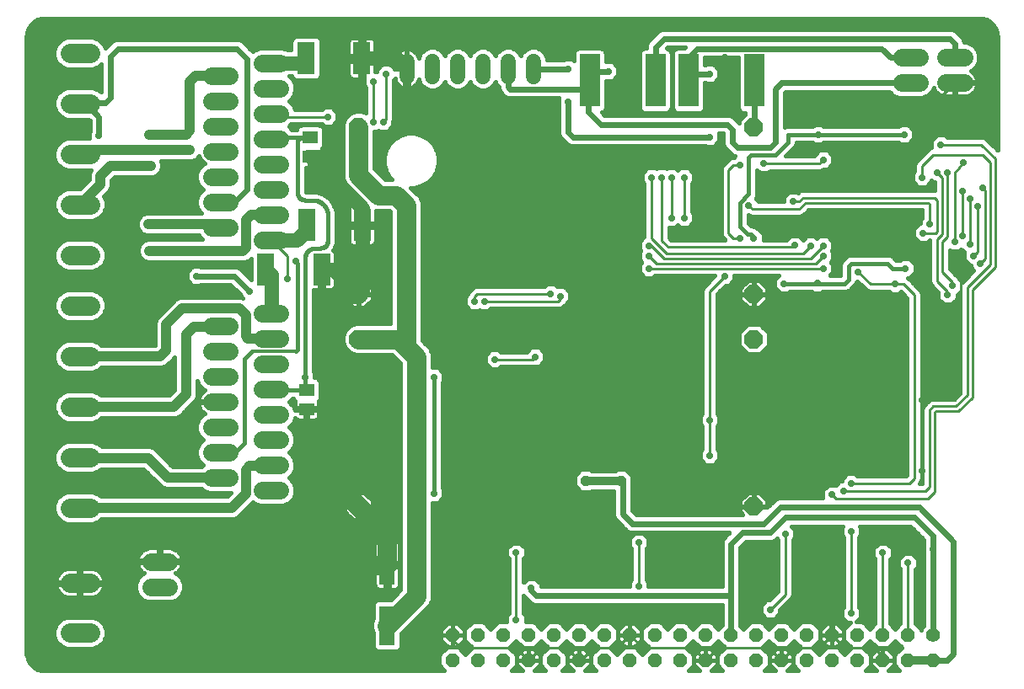
<source format=gtl>
G75*
%MOIN*%
%OFA0B0*%
%FSLAX25Y25*%
%IPPOS*%
%LPD*%
%AMOC8*
5,1,8,0,0,1.08239X$1,22.5*
%
%ADD10C,0.05600*%
%ADD11OC8,0.05600*%
%ADD12OC8,0.07087*%
%ADD13R,0.07874X0.20866*%
%ADD14C,0.07087*%
%ADD15R,0.07087X0.12598*%
%ADD16R,0.05906X0.05118*%
%ADD17C,0.07800*%
%ADD18C,0.06000*%
%ADD19R,0.06299X0.15748*%
%ADD20C,0.07600*%
%ADD21C,0.01000*%
%ADD22OC8,0.03962*%
%ADD23C,0.05600*%
%ADD24C,0.04000*%
%ADD25OC8,0.02781*%
%ADD26C,0.01200*%
%ADD27C,0.03200*%
%ADD28C,0.01600*%
%ADD29C,0.02400*%
D10*
X0365178Y0026500D03*
D11*
X0355178Y0026500D03*
X0345178Y0026500D03*
X0335178Y0026500D03*
X0325178Y0026500D03*
X0315178Y0026500D03*
X0305178Y0026500D03*
X0295178Y0026500D03*
X0285178Y0026500D03*
X0275178Y0026500D03*
X0265178Y0026500D03*
X0255178Y0026500D03*
X0245178Y0026500D03*
X0235178Y0026500D03*
X0225178Y0026500D03*
X0215178Y0026500D03*
X0205178Y0026500D03*
X0195178Y0026500D03*
X0185178Y0026500D03*
X0175178Y0026500D03*
X0175178Y0016500D03*
X0185178Y0016500D03*
X0195178Y0016500D03*
X0205178Y0016500D03*
X0215178Y0016500D03*
X0225178Y0016500D03*
X0235178Y0016500D03*
X0245178Y0016500D03*
X0255178Y0016500D03*
X0265178Y0016500D03*
X0275178Y0016500D03*
X0285178Y0016500D03*
X0295178Y0016500D03*
X0305178Y0016500D03*
X0315178Y0016500D03*
X0325178Y0016500D03*
X0335178Y0016500D03*
X0345178Y0016500D03*
X0355178Y0016500D03*
X0365178Y0016500D03*
D12*
X0294280Y0077413D03*
X0294280Y0143555D03*
X0294280Y0161413D03*
X0294280Y0227555D03*
X0137981Y0227555D03*
X0137981Y0161413D03*
X0137981Y0143555D03*
X0137981Y0077413D03*
D13*
X0229359Y0245949D03*
X0255343Y0245949D03*
X0268509Y0245949D03*
X0294493Y0245949D03*
D14*
X0352682Y0245043D02*
X0359769Y0245043D01*
X0370280Y0245059D02*
X0377367Y0245059D01*
X0377367Y0255059D02*
X0370280Y0255059D01*
X0359769Y0255043D02*
X0352682Y0255043D01*
X0106965Y0252823D02*
X0099879Y0252823D01*
X0099879Y0242823D02*
X0106965Y0242823D01*
X0106965Y0232823D02*
X0099879Y0232823D01*
X0099879Y0222823D02*
X0106965Y0222823D01*
X0106965Y0212823D02*
X0099879Y0212823D01*
X0099879Y0202823D02*
X0106965Y0202823D01*
X0106965Y0192823D02*
X0099879Y0192823D01*
X0099879Y0182823D02*
X0106965Y0182823D01*
X0086965Y0187823D02*
X0079879Y0187823D01*
X0079879Y0197823D02*
X0086965Y0197823D01*
X0086965Y0207823D02*
X0079879Y0207823D01*
X0079879Y0217823D02*
X0086965Y0217823D01*
X0086965Y0227823D02*
X0079879Y0227823D01*
X0079879Y0237823D02*
X0086965Y0237823D01*
X0086965Y0247823D02*
X0079879Y0247823D01*
X0099879Y0153720D02*
X0106965Y0153720D01*
X0106965Y0143720D02*
X0099879Y0143720D01*
X0099879Y0133720D02*
X0106965Y0133720D01*
X0106965Y0123720D02*
X0099879Y0123720D01*
X0099879Y0113720D02*
X0106965Y0113720D01*
X0106965Y0103720D02*
X0099879Y0103720D01*
X0099879Y0093720D02*
X0106965Y0093720D01*
X0106965Y0083720D02*
X0099879Y0083720D01*
X0086965Y0088720D02*
X0079879Y0088720D01*
X0079879Y0098720D02*
X0086965Y0098720D01*
X0086965Y0108720D02*
X0079879Y0108720D01*
X0079879Y0118720D02*
X0086965Y0118720D01*
X0086965Y0128720D02*
X0079879Y0128720D01*
X0079879Y0138720D02*
X0086965Y0138720D01*
X0086965Y0148720D02*
X0079879Y0148720D01*
X0062843Y0055602D02*
X0055757Y0055602D01*
X0055757Y0045602D02*
X0062843Y0045602D01*
D15*
X0101288Y0171154D03*
X0123335Y0171154D03*
X0117335Y0188610D03*
X0139383Y0188610D03*
X0139296Y0254697D03*
X0117249Y0254697D03*
D16*
X0118839Y0223390D03*
X0118839Y0215909D03*
X0117461Y0123390D03*
X0117461Y0115909D03*
D17*
X0031700Y0116902D02*
X0023900Y0116902D01*
X0023900Y0136702D02*
X0031700Y0136702D01*
X0031700Y0156902D02*
X0023900Y0156902D01*
X0023900Y0176702D02*
X0031700Y0176702D01*
X0031700Y0196902D02*
X0023900Y0196902D01*
X0023900Y0216702D02*
X0031700Y0216702D01*
X0031700Y0236902D02*
X0023900Y0236902D01*
X0023900Y0256702D02*
X0031700Y0256702D01*
X0031700Y0096702D02*
X0023900Y0096702D01*
X0023900Y0076902D02*
X0031700Y0076902D01*
X0031700Y0047102D02*
X0023900Y0047102D01*
X0023900Y0027302D02*
X0031700Y0027302D01*
D18*
X0157068Y0247602D02*
X0157068Y0253602D01*
X0167068Y0253602D02*
X0167068Y0247602D01*
X0177068Y0247602D02*
X0177068Y0253602D01*
X0187068Y0253602D02*
X0187068Y0247602D01*
X0197068Y0247602D02*
X0197068Y0253602D01*
X0207068Y0253602D02*
X0207068Y0247602D01*
D19*
X0149233Y0054256D03*
X0149233Y0030240D03*
D20*
X0160800Y0041807D01*
X0160800Y0045602D01*
X0160800Y0136602D01*
X0156800Y0140602D01*
X0156800Y0182602D01*
X0156800Y0196602D01*
X0152800Y0200602D01*
X0145800Y0200602D01*
X0137981Y0208421D01*
X0137981Y0227555D01*
X0137981Y0161413D02*
X0133611Y0161413D01*
X0126800Y0154602D01*
X0126800Y0114602D01*
X0126800Y0088594D01*
X0137981Y0077413D01*
X0149233Y0066161D01*
X0149233Y0054256D01*
X0081800Y0054256D01*
X0077300Y0054256D01*
X0156800Y0140602D02*
X0153800Y0143602D01*
X0138028Y0143602D01*
X0137981Y0143555D01*
D21*
X0117461Y0123390D02*
X0117131Y0123720D01*
X0117461Y0115909D02*
X0125493Y0115909D01*
X0126800Y0114602D01*
X0183800Y0158602D02*
X0183800Y0160602D01*
X0184800Y0161602D01*
X0213800Y0161602D01*
X0217800Y0160602D02*
X0217800Y0159602D01*
X0216800Y0158602D01*
X0187800Y0158602D01*
X0207800Y0136602D02*
X0206800Y0135602D01*
X0191800Y0135602D01*
X0252800Y0171602D02*
X0321800Y0171602D01*
X0320800Y0171602D01*
X0318800Y0173602D02*
X0321800Y0176602D01*
X0321800Y0180602D02*
X0316800Y0175602D01*
X0258800Y0175602D01*
X0253800Y0180602D01*
X0252800Y0180602D01*
X0253800Y0183602D02*
X0259800Y0177602D01*
X0313800Y0177602D01*
X0316800Y0180602D01*
X0310461Y0180702D02*
X0309761Y0180002D01*
X0260400Y0180002D01*
X0257800Y0182602D01*
X0257800Y0207602D01*
X0253800Y0207602D02*
X0253800Y0183602D01*
X0252800Y0176602D02*
X0255800Y0173602D01*
X0318800Y0173602D01*
X0335565Y0170267D02*
X0340473Y0165358D01*
X0350286Y0165358D01*
X0350290Y0165362D01*
X0353575Y0165362D01*
X0357800Y0161138D01*
X0357800Y0088602D01*
X0355800Y0086602D01*
X0332800Y0086602D01*
X0329800Y0083602D02*
X0362300Y0083602D01*
X0363800Y0085102D01*
X0363800Y0115602D01*
X0365300Y0117102D01*
X0374300Y0117102D01*
X0378800Y0121602D01*
X0378800Y0164102D01*
X0387800Y0173102D01*
X0387800Y0213602D01*
X0384800Y0216602D01*
X0365300Y0216602D01*
X0360800Y0212102D01*
X0360800Y0207602D01*
X0366800Y0209602D02*
X0368300Y0208102D01*
X0368800Y0207602D01*
X0368800Y0185102D01*
X0366800Y0183102D01*
X0366800Y0166602D01*
X0370910Y0162492D01*
X0370910Y0161122D01*
X0372910Y0164612D02*
X0372910Y0165992D01*
X0368800Y0170102D01*
X0368800Y0182102D01*
X0370800Y0184102D01*
X0370800Y0209602D01*
X0373800Y0209602D02*
X0377300Y0213602D01*
X0373800Y0209602D02*
X0373800Y0182102D01*
X0376800Y0184602D02*
X0376800Y0202102D01*
X0379800Y0199102D02*
X0379800Y0181102D01*
X0382800Y0178102D02*
X0382800Y0196102D01*
X0385800Y0202602D02*
X0384800Y0203602D01*
X0385800Y0202602D02*
X0385800Y0175602D01*
X0383800Y0173602D01*
X0381300Y0176602D02*
X0382800Y0178102D01*
X0376300Y0173602D02*
X0376300Y0122102D01*
X0373800Y0119602D01*
X0360800Y0119602D01*
X0365800Y0114602D02*
X0365800Y0083102D01*
X0363300Y0080602D01*
X0326800Y0080602D01*
X0325300Y0082102D01*
X0332800Y0067602D02*
X0332800Y0035102D01*
X0325178Y0026500D02*
X0320280Y0021602D01*
X0310300Y0021602D01*
X0305198Y0016500D01*
X0305178Y0016500D01*
X0300076Y0021602D01*
X0280300Y0021602D01*
X0275198Y0016500D01*
X0275178Y0016500D01*
X0270076Y0021602D01*
X0250300Y0021602D01*
X0245402Y0026500D01*
X0245178Y0026500D01*
X0240280Y0021602D01*
X0230800Y0021602D01*
X0225698Y0016500D01*
X0225178Y0016500D01*
X0220076Y0021602D01*
X0210300Y0021602D01*
X0205198Y0016500D01*
X0205178Y0016500D01*
X0200076Y0021602D01*
X0178300Y0021602D01*
X0175178Y0024724D01*
X0175178Y0026500D01*
X0200300Y0032602D02*
X0200300Y0059102D01*
X0248800Y0063102D02*
X0248800Y0045852D01*
X0293800Y0077894D02*
X0294280Y0077413D01*
X0293800Y0077894D02*
X0293800Y0118102D01*
X0295300Y0119602D01*
X0313800Y0119602D01*
X0276800Y0111602D02*
X0276800Y0097602D01*
X0276800Y0111602D02*
X0276800Y0162602D01*
X0282800Y0168602D01*
X0286300Y0183602D02*
X0284300Y0185602D01*
X0284300Y0210602D01*
X0286300Y0212602D01*
X0288800Y0212602D01*
X0298300Y0213102D02*
X0320300Y0213102D01*
X0321800Y0214602D01*
X0313800Y0199602D02*
X0365800Y0199602D01*
X0366800Y0198602D01*
X0366800Y0186102D01*
X0366300Y0185602D01*
X0361300Y0185602D01*
X0363800Y0189102D02*
X0363800Y0197102D01*
X0363300Y0197602D01*
X0314800Y0197602D01*
X0312300Y0195102D01*
X0293800Y0195102D01*
X0292300Y0196602D01*
X0288800Y0183602D02*
X0286300Y0183602D01*
X0266800Y0191602D02*
X0266800Y0207602D01*
X0261800Y0207602D02*
X0261800Y0191602D01*
X0309800Y0198102D02*
X0312300Y0198102D01*
X0313800Y0199602D01*
X0353800Y0211102D02*
X0360300Y0217602D01*
X0360300Y0231535D01*
X0373824Y0245059D01*
X0368300Y0220602D02*
X0384300Y0220602D01*
X0389800Y0215102D01*
X0389800Y0172102D01*
X0380800Y0163102D01*
X0380800Y0120602D01*
X0375300Y0115102D01*
X0366300Y0115102D01*
X0365800Y0114602D01*
X0306800Y0066602D02*
X0306800Y0042602D01*
X0300800Y0036602D01*
X0325178Y0026500D02*
X0330076Y0021602D01*
X0341800Y0021602D01*
X0345178Y0018224D01*
X0345178Y0016500D01*
X0345178Y0026500D02*
X0345178Y0058980D01*
X0345300Y0059102D01*
X0355178Y0054980D02*
X0355300Y0055102D01*
X0355178Y0054980D02*
X0355178Y0026500D01*
X0376300Y0173602D02*
X0375300Y0174602D01*
X0372800Y0174602D01*
X0309800Y0235102D02*
X0309800Y0235602D01*
X0309300Y0236102D01*
X0307800Y0236102D01*
X0307300Y0236602D01*
X0306800Y0236602D02*
X0310800Y0240602D01*
X0327800Y0240602D01*
X0148800Y0248602D02*
X0148800Y0230602D01*
X0147800Y0229602D01*
X0143800Y0229602D02*
X0143800Y0245602D01*
X0125800Y0231602D02*
X0104643Y0231602D01*
X0103422Y0232823D01*
X0103580Y0182823D02*
X0109800Y0176602D01*
X0109800Y0167602D01*
D22*
X0227800Y0087602D03*
X0241800Y0087602D03*
X0081800Y0054256D03*
D23*
X0103422Y0153720D02*
X0103422Y0169020D01*
X0101288Y0171154D01*
X0103422Y0182823D02*
X0113548Y0182823D01*
X0117335Y0186610D01*
X0117335Y0188610D01*
X0139383Y0188610D02*
X0139383Y0195366D01*
X0120473Y0214276D01*
X0118839Y0215909D01*
X0139383Y0188610D02*
X0139383Y0162815D01*
X0137981Y0161413D01*
X0128241Y0171154D01*
X0123335Y0171154D01*
X0157068Y0250602D02*
X0152973Y0254697D01*
X0139296Y0254697D01*
X0117249Y0254697D02*
X0115375Y0252823D01*
X0103422Y0252823D01*
D24*
X0083422Y0247823D02*
X0073520Y0247823D01*
X0071300Y0245602D01*
X0071300Y0226102D01*
X0069800Y0224602D01*
X0055300Y0224602D01*
X0071300Y0218602D02*
X0029700Y0218602D01*
X0027800Y0216702D01*
X0035800Y0208102D02*
X0035800Y0204902D01*
X0027800Y0196902D01*
X0035800Y0208102D02*
X0039800Y0212102D01*
X0055800Y0212102D01*
X0055800Y0201102D02*
X0047300Y0201102D01*
X0043800Y0197602D01*
X0043800Y0175102D01*
X0047300Y0171602D01*
X0054800Y0171602D01*
X0055300Y0171102D01*
X0055300Y0178602D02*
X0092300Y0178602D01*
X0093400Y0179642D01*
X0093400Y0190642D01*
X0095520Y0192823D01*
X0103422Y0192823D01*
X0083422Y0187823D02*
X0082143Y0189102D01*
X0054800Y0189102D01*
X0068131Y0155634D02*
X0090965Y0155634D01*
X0093328Y0153272D01*
X0093328Y0144610D01*
X0094115Y0143823D01*
X0103320Y0143823D01*
X0103422Y0143720D01*
X0083422Y0148720D02*
X0083249Y0148547D01*
X0072855Y0148547D01*
X0069706Y0145398D01*
X0069706Y0121776D01*
X0064832Y0116902D01*
X0027800Y0116902D01*
X0017300Y0108602D02*
X0055300Y0108602D01*
X0054745Y0096579D02*
X0027924Y0096579D01*
X0027800Y0096702D01*
X0017800Y0085102D02*
X0017300Y0084602D01*
X0017800Y0085102D02*
X0055800Y0085102D01*
X0062603Y0088720D02*
X0054745Y0096579D01*
X0062603Y0088720D02*
X0083422Y0088720D01*
X0093328Y0091854D02*
X0093328Y0082406D01*
X0087824Y0076902D01*
X0027800Y0076902D01*
X0093328Y0091854D02*
X0094902Y0093429D01*
X0103131Y0093429D01*
X0103422Y0093720D01*
X0059435Y0136702D02*
X0061831Y0139098D01*
X0061831Y0149335D01*
X0068131Y0155634D01*
X0059435Y0136702D02*
X0027800Y0136702D01*
X0117800Y0216602D02*
X0120127Y0214276D01*
X0120473Y0214276D01*
X0117800Y0216602D02*
X0126800Y0216602D01*
X0130800Y0220602D01*
X0130800Y0250602D01*
X0130800Y0252602D01*
X0132800Y0254602D01*
X0140800Y0254602D01*
D25*
X0148800Y0248602D03*
X0143800Y0245602D03*
X0130800Y0250602D03*
X0125800Y0231602D03*
X0143800Y0229602D03*
X0147800Y0229602D03*
X0173139Y0220264D03*
X0220800Y0237602D03*
X0220800Y0250602D03*
X0236800Y0249602D03*
X0276800Y0248602D03*
X0282800Y0255102D03*
X0307300Y0236602D03*
X0319800Y0224602D03*
X0321800Y0214602D03*
X0298300Y0213102D03*
X0288800Y0212602D03*
X0276800Y0223602D03*
X0272800Y0205602D03*
X0266800Y0207602D03*
X0261800Y0207602D03*
X0257800Y0207602D03*
X0253800Y0207602D03*
X0261800Y0191602D03*
X0266800Y0191602D03*
X0252800Y0180602D03*
X0252800Y0176602D03*
X0252800Y0171602D03*
X0234800Y0164602D03*
X0217800Y0160602D03*
X0213800Y0161602D03*
X0187800Y0158602D03*
X0183800Y0158602D03*
X0207800Y0136602D03*
X0191800Y0135602D03*
X0167800Y0128602D03*
X0116800Y0128602D03*
X0094800Y0162602D03*
X0109800Y0167602D03*
X0113320Y0174282D03*
X0130800Y0187602D03*
X0156902Y0182705D03*
X0073800Y0168602D03*
X0055300Y0171102D03*
X0055300Y0178602D03*
X0054800Y0189102D03*
X0055800Y0201102D03*
X0055800Y0212102D03*
X0071300Y0218602D03*
X0055300Y0224602D03*
X0035300Y0224102D03*
X0017300Y0108602D03*
X0017300Y0084602D03*
X0055300Y0108602D03*
X0055800Y0085102D03*
X0111780Y0048582D03*
X0117300Y0048522D03*
X0117300Y0043542D03*
X0111800Y0043602D03*
X0111780Y0038862D03*
X0117240Y0038742D03*
X0167800Y0082602D03*
X0200300Y0059102D03*
X0206300Y0045102D03*
X0200300Y0032602D03*
X0248800Y0045852D03*
X0248800Y0063102D03*
X0276800Y0097602D03*
X0276800Y0111602D03*
X0313800Y0119602D03*
X0313800Y0091602D03*
X0325300Y0082102D03*
X0329800Y0083602D03*
X0332800Y0086602D03*
X0332800Y0067602D03*
X0345300Y0059102D03*
X0355300Y0055102D03*
X0365178Y0060602D03*
X0360800Y0063602D03*
X0332800Y0035102D03*
X0300800Y0036602D03*
X0313800Y0063602D03*
X0306800Y0066602D03*
X0360800Y0091602D03*
X0360800Y0119602D03*
X0370910Y0161122D03*
X0372910Y0164612D03*
X0383800Y0173602D03*
X0381300Y0176602D03*
X0379800Y0181102D03*
X0376800Y0184602D03*
X0373800Y0182102D03*
X0372800Y0174602D03*
X0361300Y0185602D03*
X0363800Y0189102D03*
X0376800Y0202102D03*
X0379800Y0199102D03*
X0382800Y0196102D03*
X0384800Y0203602D03*
X0370800Y0209602D03*
X0366800Y0209602D03*
X0360800Y0207602D03*
X0353800Y0211102D03*
X0368300Y0220602D03*
X0377300Y0213602D03*
X0353800Y0224602D03*
X0327800Y0240602D03*
X0309800Y0198102D03*
X0292300Y0196602D03*
X0294300Y0183602D03*
X0288800Y0183602D03*
X0282800Y0168602D03*
X0306300Y0165602D03*
X0319324Y0165626D03*
X0321800Y0171602D03*
X0321800Y0176602D03*
X0321800Y0180602D03*
X0316800Y0180602D03*
X0310461Y0180702D03*
X0335565Y0170267D03*
X0350290Y0165362D03*
X0354300Y0171602D03*
X0385800Y0266602D03*
D26*
X0139383Y0188610D02*
X0138391Y0187602D01*
X0130800Y0187602D01*
X0103580Y0182823D02*
X0103422Y0182823D01*
X0095820Y0138702D02*
X0113040Y0138702D01*
D27*
X0173139Y0220264D02*
X0157068Y0236335D01*
X0157068Y0250602D01*
X0156800Y0250335D01*
X0227800Y0087602D02*
X0241800Y0087602D01*
X0355178Y0016500D02*
X0365178Y0016500D01*
D28*
X0009343Y0013851D02*
X0008049Y0015145D01*
X0007134Y0016730D01*
X0006660Y0018498D01*
X0006600Y0019413D01*
X0006600Y0263508D01*
X0006660Y0264423D01*
X0007134Y0266191D01*
X0008049Y0267776D01*
X0009343Y0269070D01*
X0010928Y0269985D01*
X0012696Y0270459D01*
X0013611Y0270519D01*
X0383690Y0270519D01*
X0384605Y0270459D01*
X0386373Y0269985D01*
X0387958Y0269070D01*
X0389252Y0267776D01*
X0390167Y0266191D01*
X0390641Y0264423D01*
X0390701Y0263508D01*
X0390701Y0218303D01*
X0386758Y0222245D01*
X0385943Y0223061D01*
X0384877Y0223502D01*
X0370761Y0223502D01*
X0369870Y0224393D01*
X0366730Y0224393D01*
X0364509Y0222172D01*
X0364509Y0219414D01*
X0363657Y0219061D01*
X0362841Y0218245D01*
X0358341Y0213745D01*
X0357900Y0212679D01*
X0357900Y0210063D01*
X0357009Y0209172D01*
X0357009Y0206032D01*
X0359230Y0203812D01*
X0362370Y0203812D01*
X0364591Y0206032D01*
X0364591Y0206451D01*
X0365230Y0205812D01*
X0365900Y0205812D01*
X0365900Y0202502D01*
X0313223Y0202502D01*
X0312157Y0202061D01*
X0311680Y0201583D01*
X0311370Y0201893D01*
X0308230Y0201893D01*
X0306009Y0199672D01*
X0306009Y0198002D01*
X0296091Y0198002D01*
X0296091Y0198172D01*
X0294993Y0199270D01*
X0295013Y0199290D01*
X0295500Y0200466D01*
X0295500Y0210542D01*
X0296730Y0209312D01*
X0299870Y0209312D01*
X0300761Y0210202D01*
X0320877Y0210202D01*
X0321943Y0210644D01*
X0322111Y0210812D01*
X0323370Y0210812D01*
X0325591Y0213032D01*
X0325591Y0216172D01*
X0323370Y0218393D01*
X0320230Y0218393D01*
X0318009Y0216172D01*
X0318009Y0216002D01*
X0306725Y0216002D01*
X0310513Y0219790D01*
X0311000Y0220966D01*
X0311000Y0221402D01*
X0317639Y0221402D01*
X0318230Y0220812D01*
X0321370Y0220812D01*
X0321961Y0221402D01*
X0351639Y0221402D01*
X0352230Y0220812D01*
X0355370Y0220812D01*
X0357591Y0223032D01*
X0357591Y0226172D01*
X0355370Y0228393D01*
X0352230Y0228393D01*
X0351639Y0227802D01*
X0321961Y0227802D01*
X0321370Y0228393D01*
X0318230Y0228393D01*
X0317639Y0227802D01*
X0307163Y0227802D01*
X0306400Y0227486D01*
X0306400Y0241111D01*
X0306732Y0241443D01*
X0347877Y0241443D01*
X0349315Y0240005D01*
X0351500Y0239100D01*
X0360951Y0239100D01*
X0363135Y0240005D01*
X0364807Y0241677D01*
X0365345Y0242976D01*
X0365710Y0242259D01*
X0366205Y0241578D01*
X0366799Y0240983D01*
X0367480Y0240489D01*
X0368229Y0240107D01*
X0369029Y0239847D01*
X0369860Y0239716D01*
X0373442Y0239716D01*
X0373442Y0244678D01*
X0374205Y0244678D01*
X0374205Y0245440D01*
X0382710Y0245440D01*
X0382710Y0245480D01*
X0382579Y0246310D01*
X0382319Y0247110D01*
X0381937Y0247860D01*
X0381443Y0248540D01*
X0380848Y0249135D01*
X0380167Y0249629D01*
X0379997Y0249716D01*
X0380734Y0250021D01*
X0382405Y0251692D01*
X0383310Y0253877D01*
X0383310Y0256241D01*
X0382405Y0258426D01*
X0380734Y0260098D01*
X0378549Y0261002D01*
X0377400Y0261002D01*
X0377400Y0261318D01*
X0376852Y0262642D01*
X0375839Y0263654D01*
X0373839Y0265654D01*
X0372516Y0266202D01*
X0258084Y0266202D01*
X0256761Y0265654D01*
X0255748Y0264642D01*
X0252291Y0261185D01*
X0251743Y0259862D01*
X0251743Y0258782D01*
X0250929Y0258782D01*
X0250047Y0258416D01*
X0249372Y0257741D01*
X0249006Y0256859D01*
X0249006Y0235038D01*
X0249372Y0234156D01*
X0250047Y0233481D01*
X0250929Y0233116D01*
X0259758Y0233116D01*
X0260640Y0233481D01*
X0261315Y0234156D01*
X0261680Y0235038D01*
X0261680Y0256859D01*
X0261315Y0257741D01*
X0260640Y0258416D01*
X0259979Y0258690D01*
X0260291Y0259002D01*
X0267109Y0259002D01*
X0266888Y0258782D01*
X0264094Y0258782D01*
X0263212Y0258416D01*
X0262537Y0257741D01*
X0262172Y0256859D01*
X0262172Y0235038D01*
X0262537Y0234156D01*
X0263212Y0233481D01*
X0264094Y0233116D01*
X0272923Y0233116D01*
X0273805Y0233481D01*
X0274480Y0234156D01*
X0274846Y0235038D01*
X0274846Y0245002D01*
X0275039Y0245002D01*
X0275230Y0244812D01*
X0278370Y0244812D01*
X0280591Y0247032D01*
X0280591Y0250172D01*
X0278370Y0252393D01*
X0275230Y0252393D01*
X0275039Y0252202D01*
X0274846Y0252202D01*
X0274846Y0255002D01*
X0288156Y0255002D01*
X0288156Y0235038D01*
X0288521Y0234156D01*
X0289196Y0233481D01*
X0290079Y0233116D01*
X0290893Y0233116D01*
X0290893Y0232573D01*
X0288337Y0230017D01*
X0288337Y0229156D01*
X0285839Y0231654D01*
X0284516Y0232202D01*
X0235291Y0232202D01*
X0234201Y0233293D01*
X0234656Y0233481D01*
X0235331Y0234156D01*
X0235696Y0235038D01*
X0235696Y0245812D01*
X0238370Y0245812D01*
X0240591Y0248032D01*
X0240591Y0251172D01*
X0238370Y0253393D01*
X0235696Y0253393D01*
X0235696Y0256859D01*
X0235331Y0257741D01*
X0234656Y0258416D01*
X0233773Y0258782D01*
X0224945Y0258782D01*
X0224063Y0258416D01*
X0223387Y0257741D01*
X0223022Y0256859D01*
X0223022Y0253741D01*
X0222370Y0254393D01*
X0219230Y0254393D01*
X0219039Y0254202D01*
X0212468Y0254202D01*
X0212468Y0254676D01*
X0211646Y0256661D01*
X0210127Y0258180D01*
X0208142Y0259002D01*
X0205994Y0259002D01*
X0204009Y0258180D01*
X0202490Y0256661D01*
X0202068Y0255642D01*
X0201646Y0256661D01*
X0200127Y0258180D01*
X0198142Y0259002D01*
X0195994Y0259002D01*
X0194009Y0258180D01*
X0192490Y0256661D01*
X0192068Y0255642D01*
X0191646Y0256661D01*
X0190127Y0258180D01*
X0188142Y0259002D01*
X0185994Y0259002D01*
X0184009Y0258180D01*
X0182490Y0256661D01*
X0182068Y0255642D01*
X0181646Y0256661D01*
X0180127Y0258180D01*
X0178142Y0259002D01*
X0175994Y0259002D01*
X0174009Y0258180D01*
X0172490Y0256661D01*
X0172068Y0255642D01*
X0171646Y0256661D01*
X0170127Y0258180D01*
X0168142Y0259002D01*
X0165994Y0259002D01*
X0164009Y0258180D01*
X0162490Y0256661D01*
X0161723Y0254809D01*
X0161516Y0255445D01*
X0161173Y0256118D01*
X0160729Y0256729D01*
X0160195Y0257264D01*
X0159583Y0257708D01*
X0158910Y0258051D01*
X0158192Y0258284D01*
X0157445Y0258402D01*
X0157268Y0258402D01*
X0157268Y0250802D01*
X0156868Y0250802D01*
X0156868Y0250402D01*
X0157268Y0250402D01*
X0157268Y0242802D01*
X0157445Y0242802D01*
X0158192Y0242921D01*
X0158910Y0243154D01*
X0159583Y0243497D01*
X0160195Y0243941D01*
X0160729Y0244475D01*
X0161173Y0245087D01*
X0161516Y0245760D01*
X0161723Y0246396D01*
X0162490Y0244544D01*
X0164009Y0243024D01*
X0165994Y0242202D01*
X0168142Y0242202D01*
X0170127Y0243024D01*
X0171646Y0244544D01*
X0172068Y0245563D01*
X0172490Y0244544D01*
X0174009Y0243024D01*
X0175994Y0242202D01*
X0178142Y0242202D01*
X0180127Y0243024D01*
X0181646Y0244544D01*
X0182068Y0245563D01*
X0182490Y0244544D01*
X0184009Y0243024D01*
X0185994Y0242202D01*
X0188142Y0242202D01*
X0190127Y0243024D01*
X0191646Y0244544D01*
X0192068Y0245563D01*
X0192490Y0244544D01*
X0193468Y0243566D01*
X0193468Y0242619D01*
X0194016Y0241295D01*
X0194748Y0240563D01*
X0195761Y0239550D01*
X0197084Y0239002D01*
X0217009Y0239002D01*
X0217009Y0236032D01*
X0217200Y0235842D01*
X0217200Y0224886D01*
X0217748Y0223563D01*
X0219748Y0221563D01*
X0220761Y0220550D01*
X0222084Y0220002D01*
X0275039Y0220002D01*
X0275230Y0219812D01*
X0278370Y0219812D01*
X0280591Y0222032D01*
X0280591Y0225002D01*
X0282200Y0225002D01*
X0282200Y0220886D01*
X0282748Y0219563D01*
X0283761Y0218550D01*
X0285761Y0216550D01*
X0286911Y0216074D01*
X0286339Y0215502D01*
X0285723Y0215502D01*
X0284657Y0215061D01*
X0283841Y0214245D01*
X0281841Y0212245D01*
X0281400Y0211179D01*
X0281400Y0185026D01*
X0281841Y0183960D01*
X0282657Y0183144D01*
X0282899Y0182902D01*
X0261601Y0182902D01*
X0260700Y0183804D01*
X0260700Y0187812D01*
X0263370Y0187812D01*
X0264300Y0188742D01*
X0265230Y0187812D01*
X0268370Y0187812D01*
X0270591Y0190032D01*
X0270591Y0193172D01*
X0269700Y0194063D01*
X0269700Y0205142D01*
X0270591Y0206032D01*
X0270591Y0209172D01*
X0268370Y0211393D01*
X0265230Y0211393D01*
X0264300Y0210463D01*
X0263370Y0211393D01*
X0260230Y0211393D01*
X0259800Y0210963D01*
X0259370Y0211393D01*
X0256230Y0211393D01*
X0255800Y0210963D01*
X0255370Y0211393D01*
X0252230Y0211393D01*
X0250009Y0209172D01*
X0250009Y0206032D01*
X0250900Y0205142D01*
X0250900Y0184063D01*
X0249009Y0182172D01*
X0249009Y0179032D01*
X0249439Y0178602D01*
X0249009Y0178172D01*
X0249009Y0175032D01*
X0249939Y0174102D01*
X0249009Y0173172D01*
X0249009Y0170032D01*
X0251230Y0167812D01*
X0254370Y0167812D01*
X0255261Y0168702D01*
X0278799Y0168702D01*
X0274341Y0164245D01*
X0273900Y0163179D01*
X0273900Y0114063D01*
X0273009Y0113172D01*
X0273009Y0110032D01*
X0273900Y0109142D01*
X0273900Y0100063D01*
X0273009Y0099172D01*
X0273009Y0096032D01*
X0275230Y0093812D01*
X0278370Y0093812D01*
X0280591Y0096032D01*
X0280591Y0099172D01*
X0279700Y0100063D01*
X0279700Y0109142D01*
X0280591Y0110032D01*
X0280591Y0113172D01*
X0279700Y0114063D01*
X0279700Y0161401D01*
X0283111Y0164812D01*
X0284370Y0164812D01*
X0286591Y0167032D01*
X0286591Y0168702D01*
X0304039Y0168702D01*
X0302509Y0167172D01*
X0302509Y0164032D01*
X0304730Y0161812D01*
X0307870Y0161812D01*
X0308461Y0162402D01*
X0317187Y0162402D01*
X0317754Y0161835D01*
X0320894Y0161835D01*
X0321461Y0162402D01*
X0330937Y0162402D01*
X0332113Y0162890D01*
X0333613Y0164390D01*
X0334513Y0165290D01*
X0335000Y0166466D01*
X0335000Y0166476D01*
X0335254Y0166476D01*
X0338015Y0163716D01*
X0338015Y0163716D01*
X0338830Y0162900D01*
X0339896Y0162458D01*
X0347833Y0162458D01*
X0348720Y0161572D01*
X0351860Y0161572D01*
X0352562Y0162274D01*
X0354900Y0159937D01*
X0354900Y0089804D01*
X0354599Y0089502D01*
X0335261Y0089502D01*
X0334370Y0090393D01*
X0331230Y0090393D01*
X0329009Y0088172D01*
X0329009Y0087393D01*
X0328230Y0087393D01*
X0326730Y0085893D01*
X0323730Y0085893D01*
X0321509Y0083672D01*
X0321509Y0080702D01*
X0304084Y0080702D01*
X0302761Y0080154D01*
X0299624Y0077017D01*
X0299624Y0077229D01*
X0294465Y0077229D01*
X0294465Y0077598D01*
X0294096Y0077598D01*
X0294096Y0082757D01*
X0292067Y0082757D01*
X0288937Y0079627D01*
X0288937Y0077598D01*
X0294096Y0077598D01*
X0294096Y0077229D01*
X0288937Y0077229D01*
X0288937Y0075200D01*
X0289935Y0074202D01*
X0247791Y0074202D01*
X0246132Y0075861D01*
X0246132Y0085739D01*
X0246181Y0085788D01*
X0246181Y0089417D01*
X0243615Y0091983D01*
X0239985Y0091983D01*
X0239604Y0091602D01*
X0229996Y0091602D01*
X0229615Y0091983D01*
X0225985Y0091983D01*
X0223419Y0089417D01*
X0223419Y0085788D01*
X0225985Y0083221D01*
X0229615Y0083221D01*
X0229996Y0083602D01*
X0238932Y0083602D01*
X0238932Y0073654D01*
X0239480Y0072331D01*
X0240493Y0071318D01*
X0244261Y0067550D01*
X0245584Y0067002D01*
X0284609Y0067002D01*
X0283261Y0065654D01*
X0282248Y0064642D01*
X0281700Y0063318D01*
X0281700Y0045702D01*
X0252591Y0045702D01*
X0252591Y0047422D01*
X0251700Y0048313D01*
X0251700Y0060642D01*
X0252591Y0061532D01*
X0252591Y0064672D01*
X0250370Y0066893D01*
X0247230Y0066893D01*
X0245009Y0064672D01*
X0245009Y0061532D01*
X0245900Y0060642D01*
X0245900Y0048313D01*
X0245009Y0047422D01*
X0245009Y0045702D01*
X0210091Y0045702D01*
X0210091Y0046672D01*
X0207870Y0048893D01*
X0204730Y0048893D01*
X0203200Y0047363D01*
X0203200Y0056642D01*
X0204091Y0057532D01*
X0204091Y0060672D01*
X0201870Y0062893D01*
X0198730Y0062893D01*
X0196509Y0060672D01*
X0196509Y0057532D01*
X0197400Y0056642D01*
X0197400Y0035063D01*
X0196509Y0034172D01*
X0196509Y0031700D01*
X0193024Y0031700D01*
X0190178Y0028854D01*
X0187332Y0031700D01*
X0183024Y0031700D01*
X0179978Y0028654D01*
X0179978Y0024346D01*
X0182824Y0021500D01*
X0180178Y0018854D01*
X0177332Y0021700D01*
X0173024Y0021700D01*
X0169978Y0018654D01*
X0169978Y0014346D01*
X0171922Y0012402D01*
X0013611Y0012402D01*
X0012696Y0012462D01*
X0010928Y0012936D01*
X0010928Y0012936D01*
X0009343Y0013851D01*
X0009198Y0013996D02*
X0170328Y0013996D01*
X0169978Y0015595D02*
X0007789Y0015595D01*
X0007010Y0017193D02*
X0169978Y0017193D01*
X0170116Y0018792D02*
X0006641Y0018792D01*
X0006600Y0020390D02*
X0144665Y0020390D01*
X0144724Y0020332D02*
X0145606Y0019966D01*
X0152860Y0019966D01*
X0153742Y0020332D01*
X0154417Y0021007D01*
X0154783Y0021889D01*
X0154783Y0027022D01*
X0164312Y0036551D01*
X0166056Y0038295D01*
X0167000Y0040574D01*
X0167000Y0078812D01*
X0169370Y0078812D01*
X0171591Y0081032D01*
X0171591Y0084172D01*
X0171000Y0084763D01*
X0171000Y0126442D01*
X0171591Y0127032D01*
X0171591Y0130172D01*
X0169370Y0132393D01*
X0167000Y0132393D01*
X0167000Y0137836D01*
X0166056Y0140114D01*
X0163000Y0143170D01*
X0163000Y0197836D01*
X0162056Y0200114D01*
X0160312Y0201858D01*
X0158581Y0203590D01*
X0160170Y0203590D01*
X0162893Y0204319D01*
X0165334Y0205729D01*
X0167327Y0207722D01*
X0168737Y0210163D01*
X0169466Y0212886D01*
X0169466Y0215705D01*
X0168737Y0218427D01*
X0167327Y0220869D01*
X0165334Y0222862D01*
X0162893Y0224271D01*
X0160170Y0225001D01*
X0157351Y0225001D01*
X0154628Y0224271D01*
X0152187Y0222862D01*
X0150194Y0220869D01*
X0148785Y0218427D01*
X0148055Y0215705D01*
X0148055Y0212886D01*
X0148785Y0210163D01*
X0150194Y0207722D01*
X0151114Y0206802D01*
X0148368Y0206802D01*
X0144181Y0210989D01*
X0144181Y0225812D01*
X0145370Y0225812D01*
X0145800Y0226242D01*
X0146230Y0225812D01*
X0149370Y0225812D01*
X0151591Y0228032D01*
X0151591Y0229761D01*
X0151700Y0230026D01*
X0151700Y0246142D01*
X0152338Y0246780D01*
X0152386Y0246478D01*
X0152619Y0245760D01*
X0152962Y0245087D01*
X0153406Y0244475D01*
X0153941Y0243941D01*
X0154552Y0243497D01*
X0155225Y0243154D01*
X0155944Y0242921D01*
X0156690Y0242802D01*
X0156868Y0242802D01*
X0156868Y0250402D01*
X0152361Y0250402D01*
X0150370Y0252393D01*
X0147230Y0252393D01*
X0145009Y0250172D01*
X0145009Y0249393D01*
X0144639Y0249393D01*
X0144639Y0253897D01*
X0140096Y0253897D01*
X0140096Y0255497D01*
X0138496Y0255497D01*
X0138496Y0262796D01*
X0135516Y0262796D01*
X0135058Y0262673D01*
X0134648Y0262436D01*
X0134312Y0262101D01*
X0134075Y0261691D01*
X0133953Y0261233D01*
X0133953Y0255497D01*
X0138496Y0255497D01*
X0138496Y0253897D01*
X0133953Y0253897D01*
X0133953Y0248161D01*
X0134075Y0247703D01*
X0134312Y0247292D01*
X0134648Y0246957D01*
X0135058Y0246720D01*
X0135516Y0246598D01*
X0138496Y0246598D01*
X0138496Y0253897D01*
X0140096Y0253897D01*
X0140096Y0247259D01*
X0140009Y0247172D01*
X0140009Y0244032D01*
X0140900Y0243142D01*
X0140900Y0233057D01*
X0140873Y0233068D01*
X0140443Y0233498D01*
X0139834Y0233498D01*
X0139214Y0233755D01*
X0136748Y0233755D01*
X0136128Y0233498D01*
X0135519Y0233498D01*
X0135089Y0233068D01*
X0134469Y0232811D01*
X0132725Y0231067D01*
X0132468Y0230447D01*
X0132038Y0230017D01*
X0132038Y0229408D01*
X0131781Y0228788D01*
X0131781Y0207188D01*
X0132725Y0204909D01*
X0140544Y0197090D01*
X0140925Y0196709D01*
X0140183Y0196709D01*
X0140183Y0189410D01*
X0144726Y0189410D01*
X0144726Y0194402D01*
X0150232Y0194402D01*
X0150600Y0194034D01*
X0150600Y0149802D01*
X0136795Y0149802D01*
X0136061Y0149498D01*
X0135519Y0149498D01*
X0135136Y0149115D01*
X0134516Y0148858D01*
X0132725Y0147067D01*
X0132468Y0146447D01*
X0132038Y0146017D01*
X0132038Y0145408D01*
X0131781Y0144788D01*
X0131781Y0142322D01*
X0132038Y0141702D01*
X0132038Y0141093D01*
X0132468Y0140663D01*
X0132725Y0140043D01*
X0134469Y0138299D01*
X0135089Y0138042D01*
X0135519Y0137612D01*
X0136128Y0137612D01*
X0136748Y0137355D01*
X0139214Y0137355D01*
X0139328Y0137402D01*
X0151232Y0137402D01*
X0151544Y0137090D01*
X0153288Y0135346D01*
X0154600Y0134034D01*
X0154600Y0044375D01*
X0150739Y0040514D01*
X0145606Y0040514D01*
X0144724Y0040149D01*
X0144049Y0039474D01*
X0143683Y0038592D01*
X0143683Y0033044D01*
X0143033Y0031473D01*
X0143033Y0029007D01*
X0143683Y0027437D01*
X0143683Y0021889D01*
X0144049Y0021007D01*
X0144724Y0020332D01*
X0143683Y0021989D02*
X0035296Y0021989D01*
X0035269Y0021961D02*
X0037041Y0023734D01*
X0038000Y0026049D01*
X0038000Y0028556D01*
X0037041Y0030871D01*
X0035269Y0032643D01*
X0032953Y0033602D01*
X0022647Y0033602D01*
X0020331Y0032643D01*
X0018559Y0030871D01*
X0017600Y0028556D01*
X0017600Y0026049D01*
X0018559Y0023734D01*
X0020331Y0021961D01*
X0022647Y0021002D01*
X0032953Y0021002D01*
X0035269Y0021961D01*
X0036895Y0023587D02*
X0143683Y0023587D01*
X0143683Y0025186D02*
X0037642Y0025186D01*
X0038000Y0026784D02*
X0143683Y0026784D01*
X0143291Y0028383D02*
X0038000Y0028383D01*
X0037409Y0029982D02*
X0143033Y0029982D01*
X0143077Y0031580D02*
X0036332Y0031580D01*
X0033976Y0033179D02*
X0143683Y0033179D01*
X0143683Y0034777D02*
X0006600Y0034777D01*
X0006600Y0033179D02*
X0021624Y0033179D01*
X0019268Y0031580D02*
X0006600Y0031580D01*
X0006600Y0029982D02*
X0018191Y0029982D01*
X0017600Y0028383D02*
X0006600Y0028383D01*
X0006600Y0026784D02*
X0017600Y0026784D01*
X0017958Y0025186D02*
X0006600Y0025186D01*
X0006600Y0023587D02*
X0018705Y0023587D01*
X0020304Y0021989D02*
X0006600Y0021989D01*
X0006600Y0036376D02*
X0143683Y0036376D01*
X0143683Y0037974D02*
X0006600Y0037974D01*
X0006600Y0039573D02*
X0144148Y0039573D01*
X0145389Y0044705D02*
X0145846Y0044582D01*
X0148458Y0044582D01*
X0148458Y0053481D01*
X0144283Y0053481D01*
X0144283Y0046145D01*
X0144406Y0045687D01*
X0144643Y0045277D01*
X0144978Y0044942D01*
X0145389Y0044705D01*
X0144331Y0045967D02*
X0068787Y0045967D01*
X0068787Y0046785D02*
X0067882Y0048969D01*
X0066210Y0050641D01*
X0065474Y0050946D01*
X0065644Y0051032D01*
X0066324Y0051527D01*
X0066919Y0052121D01*
X0067413Y0052802D01*
X0067795Y0053551D01*
X0068055Y0054351D01*
X0068187Y0055182D01*
X0068187Y0055221D01*
X0059681Y0055221D01*
X0059681Y0055983D01*
X0068187Y0055983D01*
X0068187Y0056023D01*
X0068055Y0056854D01*
X0067795Y0057653D01*
X0067413Y0058403D01*
X0066919Y0059083D01*
X0066324Y0059678D01*
X0065644Y0060172D01*
X0064894Y0060554D01*
X0064095Y0060814D01*
X0063264Y0060946D01*
X0059681Y0060946D01*
X0059681Y0055984D01*
X0058919Y0055984D01*
X0058919Y0060946D01*
X0055336Y0060946D01*
X0054505Y0060814D01*
X0053706Y0060554D01*
X0052956Y0060172D01*
X0052276Y0059678D01*
X0051681Y0059083D01*
X0051187Y0058403D01*
X0050805Y0057653D01*
X0050545Y0056854D01*
X0050413Y0056023D01*
X0050413Y0055983D01*
X0058919Y0055983D01*
X0058919Y0055221D01*
X0050413Y0055221D01*
X0050413Y0055182D01*
X0050545Y0054351D01*
X0050805Y0053551D01*
X0051187Y0052802D01*
X0051681Y0052121D01*
X0052276Y0051527D01*
X0052956Y0051032D01*
X0053126Y0050946D01*
X0052390Y0050641D01*
X0050718Y0048969D01*
X0049813Y0046785D01*
X0049813Y0044420D01*
X0050718Y0042236D01*
X0052390Y0040564D01*
X0054574Y0039659D01*
X0064026Y0039659D01*
X0066210Y0040564D01*
X0067882Y0042236D01*
X0068787Y0044420D01*
X0068787Y0046785D01*
X0068463Y0047565D02*
X0144283Y0047565D01*
X0144283Y0049164D02*
X0067687Y0049164D01*
X0065917Y0050762D02*
X0144283Y0050762D01*
X0144283Y0052361D02*
X0067093Y0052361D01*
X0067928Y0053959D02*
X0148458Y0053959D01*
X0148458Y0053481D02*
X0148458Y0055031D01*
X0148458Y0063930D01*
X0145846Y0063930D01*
X0145389Y0063807D01*
X0144978Y0063570D01*
X0144643Y0063235D01*
X0144406Y0062825D01*
X0144283Y0062367D01*
X0144283Y0055031D01*
X0148458Y0055031D01*
X0150008Y0055031D01*
X0150008Y0063930D01*
X0152620Y0063930D01*
X0153077Y0063807D01*
X0153488Y0063570D01*
X0153823Y0063235D01*
X0154060Y0062825D01*
X0154183Y0062367D01*
X0154183Y0055031D01*
X0150008Y0055031D01*
X0150008Y0053481D01*
X0154183Y0053481D01*
X0154183Y0046145D01*
X0154060Y0045687D01*
X0153823Y0045277D01*
X0153488Y0044942D01*
X0153077Y0044705D01*
X0152620Y0044582D01*
X0150008Y0044582D01*
X0150008Y0053481D01*
X0148458Y0053481D01*
X0148458Y0052361D02*
X0150008Y0052361D01*
X0150008Y0053959D02*
X0154600Y0053959D01*
X0154600Y0052361D02*
X0154183Y0052361D01*
X0154183Y0050762D02*
X0154600Y0050762D01*
X0154600Y0049164D02*
X0154183Y0049164D01*
X0154183Y0047565D02*
X0154600Y0047565D01*
X0154600Y0045967D02*
X0154135Y0045967D01*
X0154593Y0044368D02*
X0068765Y0044368D01*
X0068103Y0042770D02*
X0152994Y0042770D01*
X0151396Y0041171D02*
X0066817Y0041171D01*
X0051783Y0041171D02*
X0006600Y0041171D01*
X0006600Y0042770D02*
X0020172Y0042770D01*
X0020187Y0042755D02*
X0020913Y0042227D01*
X0021712Y0041820D01*
X0022565Y0041543D01*
X0023451Y0041402D01*
X0027300Y0041402D01*
X0027300Y0046602D01*
X0028300Y0046602D01*
X0028300Y0041402D01*
X0032149Y0041402D01*
X0033035Y0041543D01*
X0033888Y0041820D01*
X0034687Y0042227D01*
X0035413Y0042755D01*
X0036048Y0043389D01*
X0036575Y0044115D01*
X0036982Y0044914D01*
X0037260Y0045768D01*
X0037392Y0046602D01*
X0028300Y0046602D01*
X0028300Y0047602D01*
X0037392Y0047602D01*
X0037260Y0048437D01*
X0036982Y0049290D01*
X0036575Y0050090D01*
X0036048Y0050816D01*
X0035413Y0051450D01*
X0034687Y0051977D01*
X0033888Y0052385D01*
X0033035Y0052662D01*
X0032149Y0052802D01*
X0028300Y0052802D01*
X0028300Y0047602D01*
X0027300Y0047602D01*
X0027300Y0046602D01*
X0018208Y0046602D01*
X0018340Y0045768D01*
X0018618Y0044914D01*
X0019025Y0044115D01*
X0019552Y0043389D01*
X0020187Y0042755D01*
X0018896Y0044368D02*
X0006600Y0044368D01*
X0006600Y0045967D02*
X0018309Y0045967D01*
X0018208Y0047602D02*
X0027300Y0047602D01*
X0027300Y0052802D01*
X0023451Y0052802D01*
X0022565Y0052662D01*
X0021712Y0052385D01*
X0020913Y0051977D01*
X0020187Y0051450D01*
X0019552Y0050816D01*
X0019025Y0050090D01*
X0018618Y0049290D01*
X0018340Y0048437D01*
X0018208Y0047602D01*
X0018576Y0049164D02*
X0006600Y0049164D01*
X0006600Y0050762D02*
X0019513Y0050762D01*
X0021665Y0052361D02*
X0006600Y0052361D01*
X0006600Y0053959D02*
X0050672Y0053959D01*
X0051507Y0052361D02*
X0033935Y0052361D01*
X0036087Y0050762D02*
X0052683Y0050762D01*
X0050913Y0049164D02*
X0037024Y0049164D01*
X0037291Y0045967D02*
X0049813Y0045967D01*
X0049835Y0044368D02*
X0036704Y0044368D01*
X0035428Y0042770D02*
X0050497Y0042770D01*
X0050137Y0047565D02*
X0028300Y0047565D01*
X0027300Y0047565D02*
X0006600Y0047565D01*
X0006600Y0055558D02*
X0058919Y0055558D01*
X0059681Y0055558D02*
X0144283Y0055558D01*
X0144283Y0057156D02*
X0067957Y0057156D01*
X0067158Y0058755D02*
X0144283Y0058755D01*
X0144283Y0060353D02*
X0065289Y0060353D01*
X0059681Y0060353D02*
X0058919Y0060353D01*
X0058919Y0058755D02*
X0059681Y0058755D01*
X0059681Y0057156D02*
X0058919Y0057156D01*
X0053311Y0060353D02*
X0006600Y0060353D01*
X0006600Y0058755D02*
X0051442Y0058755D01*
X0050643Y0057156D02*
X0006600Y0057156D01*
X0006600Y0061952D02*
X0144283Y0061952D01*
X0144958Y0063550D02*
X0006600Y0063550D01*
X0006600Y0065149D02*
X0154600Y0065149D01*
X0154600Y0066747D02*
X0006600Y0066747D01*
X0006600Y0068346D02*
X0154600Y0068346D01*
X0154600Y0069944D02*
X0006600Y0069944D01*
X0006600Y0071543D02*
X0020376Y0071543D01*
X0020331Y0071561D02*
X0022647Y0070602D01*
X0032953Y0070602D01*
X0035269Y0071561D01*
X0036210Y0072502D01*
X0088700Y0072502D01*
X0090317Y0073172D01*
X0095820Y0078675D01*
X0096169Y0079025D01*
X0096512Y0078682D01*
X0098697Y0077777D01*
X0108148Y0077777D01*
X0110332Y0078682D01*
X0112004Y0080354D01*
X0112909Y0082538D01*
X0112909Y0084903D01*
X0112004Y0087087D01*
X0110370Y0088720D01*
X0112004Y0090354D01*
X0112909Y0092538D01*
X0112909Y0094903D01*
X0112004Y0097087D01*
X0110370Y0098720D01*
X0112004Y0100354D01*
X0112909Y0102538D01*
X0112909Y0104903D01*
X0112004Y0107087D01*
X0110370Y0108720D01*
X0112004Y0110354D01*
X0112905Y0112529D01*
X0113068Y0112245D01*
X0113403Y0111910D01*
X0113814Y0111673D01*
X0114272Y0111550D01*
X0116982Y0111550D01*
X0116982Y0115430D01*
X0117941Y0115430D01*
X0117941Y0116389D01*
X0122214Y0116389D01*
X0122214Y0118705D01*
X0122102Y0119124D01*
X0122449Y0119471D01*
X0122814Y0120353D01*
X0122814Y0126426D01*
X0122449Y0127308D01*
X0121774Y0127983D01*
X0120892Y0128349D01*
X0120591Y0128349D01*
X0120591Y0130172D01*
X0120000Y0130763D01*
X0120000Y0163054D01*
X0122535Y0163054D01*
X0122535Y0170353D01*
X0124135Y0170353D01*
X0124135Y0163054D01*
X0127116Y0163054D01*
X0127574Y0163177D01*
X0127984Y0163414D01*
X0128319Y0163749D01*
X0128556Y0164160D01*
X0128679Y0164617D01*
X0128679Y0170354D01*
X0124135Y0170354D01*
X0124135Y0171954D01*
X0128679Y0171954D01*
X0128679Y0177690D01*
X0128556Y0178148D01*
X0128319Y0178558D01*
X0127984Y0178893D01*
X0127905Y0178939D01*
X0128056Y0179090D01*
X0128056Y0179090D01*
X0129000Y0181369D01*
X0129000Y0194059D01*
X0128099Y0196831D01*
X0126386Y0199189D01*
X0124029Y0200902D01*
X0124029Y0200902D01*
X0121257Y0201802D01*
X0117000Y0201802D01*
X0117000Y0211550D01*
X0118360Y0211550D01*
X0118360Y0215430D01*
X0119319Y0215430D01*
X0119319Y0216389D01*
X0123592Y0216389D01*
X0123592Y0218705D01*
X0123480Y0219124D01*
X0123827Y0219471D01*
X0124192Y0220353D01*
X0124192Y0226426D01*
X0123827Y0227308D01*
X0123152Y0227983D01*
X0122270Y0228349D01*
X0115409Y0228349D01*
X0114527Y0227983D01*
X0113852Y0227308D01*
X0113554Y0226590D01*
X0111604Y0226590D01*
X0110370Y0227823D01*
X0111250Y0228702D01*
X0123339Y0228702D01*
X0124230Y0227812D01*
X0127370Y0227812D01*
X0129591Y0230032D01*
X0129591Y0233172D01*
X0127370Y0235393D01*
X0124230Y0235393D01*
X0123339Y0234502D01*
X0112703Y0234502D01*
X0112004Y0236189D01*
X0110370Y0237823D01*
X0112004Y0239456D01*
X0112909Y0241641D01*
X0112909Y0244005D01*
X0112004Y0246189D01*
X0110570Y0247623D01*
X0111429Y0247623D01*
X0111671Y0247038D01*
X0112346Y0246363D01*
X0113228Y0245998D01*
X0121270Y0245998D01*
X0122152Y0246363D01*
X0122827Y0247038D01*
X0123192Y0247920D01*
X0123192Y0261473D01*
X0122827Y0262356D01*
X0122152Y0263031D01*
X0121270Y0263396D01*
X0113228Y0263396D01*
X0112346Y0263031D01*
X0111671Y0262356D01*
X0111306Y0261473D01*
X0111306Y0258023D01*
X0109942Y0258023D01*
X0108148Y0258766D01*
X0098697Y0258766D01*
X0096512Y0257861D01*
X0096072Y0257421D01*
X0095839Y0257654D01*
X0092852Y0260642D01*
X0091839Y0261654D01*
X0090516Y0262202D01*
X0042084Y0262202D01*
X0040761Y0261654D01*
X0039748Y0260642D01*
X0039748Y0260642D01*
X0037761Y0258654D01*
X0037761Y0258654D01*
X0037725Y0258619D01*
X0037041Y0260271D01*
X0035269Y0262043D01*
X0032953Y0263002D01*
X0022647Y0263002D01*
X0020331Y0262043D01*
X0018559Y0260271D01*
X0017600Y0257956D01*
X0017600Y0255449D01*
X0018559Y0253134D01*
X0020331Y0251361D01*
X0022647Y0250402D01*
X0032953Y0250402D01*
X0035269Y0251361D01*
X0036200Y0252293D01*
X0036200Y0241312D01*
X0035269Y0242243D01*
X0032953Y0243202D01*
X0022647Y0243202D01*
X0020331Y0242243D01*
X0018559Y0240471D01*
X0017600Y0238156D01*
X0017600Y0235649D01*
X0018559Y0233334D01*
X0020331Y0231561D01*
X0022647Y0230602D01*
X0031209Y0230602D01*
X0031700Y0230111D01*
X0031700Y0225863D01*
X0031509Y0225672D01*
X0031509Y0223002D01*
X0022647Y0223002D01*
X0020331Y0222043D01*
X0018559Y0220271D01*
X0017600Y0217956D01*
X0017600Y0215449D01*
X0018559Y0213134D01*
X0020331Y0211361D01*
X0022647Y0210402D01*
X0031990Y0210402D01*
X0031400Y0208978D01*
X0031400Y0206725D01*
X0027877Y0203202D01*
X0022647Y0203202D01*
X0020331Y0202243D01*
X0018559Y0200471D01*
X0017600Y0198156D01*
X0017600Y0195649D01*
X0018559Y0193334D01*
X0020331Y0191561D01*
X0022647Y0190602D01*
X0032953Y0190602D01*
X0035269Y0191561D01*
X0037041Y0193334D01*
X0038000Y0195649D01*
X0038000Y0198156D01*
X0037202Y0200082D01*
X0039530Y0202410D01*
X0040200Y0204027D01*
X0040200Y0206280D01*
X0041623Y0207702D01*
X0056675Y0207702D01*
X0058292Y0208372D01*
X0059530Y0209610D01*
X0060200Y0211227D01*
X0060200Y0212978D01*
X0059693Y0214202D01*
X0072175Y0214202D01*
X0073792Y0214872D01*
X0074869Y0215949D01*
X0074927Y0215772D01*
X0075309Y0215022D01*
X0075803Y0214342D01*
X0076398Y0213747D01*
X0077078Y0213253D01*
X0077248Y0213166D01*
X0076512Y0212861D01*
X0074840Y0211189D01*
X0073935Y0209005D01*
X0073935Y0206641D01*
X0074840Y0204456D01*
X0076474Y0202823D01*
X0074840Y0201189D01*
X0073935Y0199005D01*
X0073935Y0196641D01*
X0074840Y0194456D01*
X0075794Y0193502D01*
X0053925Y0193502D01*
X0052308Y0192832D01*
X0051070Y0191595D01*
X0050400Y0189978D01*
X0050400Y0188227D01*
X0051070Y0186610D01*
X0052308Y0185372D01*
X0053925Y0184702D01*
X0074738Y0184702D01*
X0074840Y0184456D01*
X0076294Y0183002D01*
X0054425Y0183002D01*
X0052808Y0182332D01*
X0051570Y0181095D01*
X0050900Y0179478D01*
X0050900Y0177727D01*
X0051570Y0176110D01*
X0052808Y0174872D01*
X0054425Y0174202D01*
X0092238Y0174202D01*
X0093052Y0174180D01*
X0093111Y0174202D01*
X0093175Y0174202D01*
X0093927Y0174514D01*
X0094687Y0174804D01*
X0094733Y0174848D01*
X0094792Y0174872D01*
X0095345Y0175425D01*
X0095345Y0167149D01*
X0090839Y0171654D01*
X0089516Y0172202D01*
X0075561Y0172202D01*
X0075370Y0172393D01*
X0072230Y0172393D01*
X0070009Y0170172D01*
X0070009Y0167032D01*
X0072230Y0164812D01*
X0075370Y0164812D01*
X0075561Y0165002D01*
X0087309Y0165002D01*
X0091009Y0161302D01*
X0091009Y0161032D01*
X0092126Y0159916D01*
X0091841Y0160034D01*
X0067255Y0160034D01*
X0065638Y0159364D01*
X0064401Y0158126D01*
X0058101Y0151827D01*
X0057431Y0150210D01*
X0057431Y0141102D01*
X0036210Y0141102D01*
X0035269Y0142043D01*
X0032953Y0143002D01*
X0022647Y0143002D01*
X0020331Y0142043D01*
X0018559Y0140271D01*
X0017600Y0137956D01*
X0017600Y0135449D01*
X0018559Y0133134D01*
X0020331Y0131361D01*
X0022647Y0130402D01*
X0032953Y0130402D01*
X0035269Y0131361D01*
X0036210Y0132302D01*
X0060311Y0132302D01*
X0061928Y0132972D01*
X0064324Y0135368D01*
X0065306Y0136350D01*
X0065306Y0123598D01*
X0063010Y0121302D01*
X0036210Y0121302D01*
X0035269Y0122243D01*
X0032953Y0123202D01*
X0022647Y0123202D01*
X0020331Y0122243D01*
X0018559Y0120471D01*
X0017600Y0118156D01*
X0017600Y0115649D01*
X0018559Y0113334D01*
X0020331Y0111561D01*
X0022647Y0110602D01*
X0032953Y0110602D01*
X0035269Y0111561D01*
X0036210Y0112502D01*
X0065707Y0112502D01*
X0067325Y0113172D01*
X0072198Y0118045D01*
X0073436Y0119283D01*
X0074105Y0120900D01*
X0074105Y0127128D01*
X0074840Y0125354D01*
X0076512Y0123682D01*
X0077248Y0123377D01*
X0077078Y0123290D01*
X0076398Y0122796D01*
X0075803Y0122201D01*
X0075309Y0121521D01*
X0074927Y0120772D01*
X0074667Y0119972D01*
X0074535Y0119141D01*
X0074535Y0119102D01*
X0083041Y0119102D01*
X0083041Y0118339D01*
X0074535Y0118339D01*
X0074535Y0118300D01*
X0074667Y0117469D01*
X0074927Y0116669D01*
X0075309Y0115920D01*
X0075803Y0115240D01*
X0076398Y0114645D01*
X0077078Y0114150D01*
X0077248Y0114064D01*
X0076512Y0113759D01*
X0074840Y0112087D01*
X0073935Y0109903D01*
X0073935Y0107538D01*
X0074840Y0105354D01*
X0076474Y0103720D01*
X0074840Y0102087D01*
X0073935Y0099903D01*
X0073935Y0097538D01*
X0074840Y0095354D01*
X0076474Y0093720D01*
X0075874Y0093120D01*
X0064426Y0093120D01*
X0058475Y0099071D01*
X0057237Y0100309D01*
X0055620Y0100979D01*
X0036333Y0100979D01*
X0035269Y0102043D01*
X0032953Y0103002D01*
X0022647Y0103002D01*
X0020331Y0102043D01*
X0018559Y0100271D01*
X0017600Y0097956D01*
X0017600Y0095449D01*
X0018559Y0093134D01*
X0020331Y0091361D01*
X0022647Y0090402D01*
X0032953Y0090402D01*
X0035269Y0091361D01*
X0036086Y0092179D01*
X0052922Y0092179D01*
X0060111Y0084990D01*
X0061728Y0084320D01*
X0075874Y0084320D01*
X0076512Y0083682D01*
X0078697Y0082777D01*
X0087477Y0082777D01*
X0086002Y0081302D01*
X0036210Y0081302D01*
X0035269Y0082243D01*
X0032953Y0083202D01*
X0022647Y0083202D01*
X0020331Y0082243D01*
X0018559Y0080471D01*
X0017600Y0078156D01*
X0017600Y0075649D01*
X0018559Y0073334D01*
X0020331Y0071561D01*
X0018751Y0073141D02*
X0006600Y0073141D01*
X0006600Y0074740D02*
X0017977Y0074740D01*
X0017600Y0076338D02*
X0006600Y0076338D01*
X0006600Y0077937D02*
X0017600Y0077937D01*
X0018172Y0079535D02*
X0006600Y0079535D01*
X0006600Y0081134D02*
X0019222Y0081134D01*
X0021512Y0082732D02*
X0006600Y0082732D01*
X0006600Y0084331D02*
X0061703Y0084331D01*
X0059172Y0085929D02*
X0006600Y0085929D01*
X0006600Y0087528D02*
X0057573Y0087528D01*
X0055975Y0089126D02*
X0006600Y0089126D01*
X0006600Y0090725D02*
X0021868Y0090725D01*
X0019369Y0092323D02*
X0006600Y0092323D01*
X0006600Y0093922D02*
X0018233Y0093922D01*
X0017600Y0095520D02*
X0006600Y0095520D01*
X0006600Y0097119D02*
X0017600Y0097119D01*
X0017916Y0098718D02*
X0006600Y0098718D01*
X0006600Y0100316D02*
X0018604Y0100316D01*
X0020203Y0101915D02*
X0006600Y0101915D01*
X0006600Y0103513D02*
X0076266Y0103513D01*
X0075083Y0105112D02*
X0006600Y0105112D01*
X0006600Y0106710D02*
X0074278Y0106710D01*
X0073935Y0108309D02*
X0006600Y0108309D01*
X0006600Y0109907D02*
X0073937Y0109907D01*
X0074599Y0111506D02*
X0035134Y0111506D01*
X0020466Y0111506D02*
X0006600Y0111506D01*
X0006600Y0113104D02*
X0018789Y0113104D01*
X0017992Y0114703D02*
X0006600Y0114703D01*
X0006600Y0116301D02*
X0017600Y0116301D01*
X0017600Y0117900D02*
X0006600Y0117900D01*
X0006600Y0119498D02*
X0018156Y0119498D01*
X0019185Y0121097D02*
X0006600Y0121097D01*
X0006600Y0122695D02*
X0021422Y0122695D01*
X0021958Y0130688D02*
X0006600Y0130688D01*
X0006600Y0132286D02*
X0019407Y0132286D01*
X0018248Y0133885D02*
X0006600Y0133885D01*
X0006600Y0135483D02*
X0017600Y0135483D01*
X0017600Y0137082D02*
X0006600Y0137082D01*
X0006600Y0138680D02*
X0017900Y0138680D01*
X0018567Y0140279D02*
X0006600Y0140279D01*
X0006600Y0141877D02*
X0020165Y0141877D01*
X0022647Y0150602D02*
X0032953Y0150602D01*
X0035269Y0151561D01*
X0037041Y0153334D01*
X0038000Y0155649D01*
X0038000Y0158156D01*
X0037041Y0160471D01*
X0035269Y0162243D01*
X0032953Y0163202D01*
X0022647Y0163202D01*
X0020331Y0162243D01*
X0018559Y0160471D01*
X0017600Y0158156D01*
X0017600Y0155649D01*
X0018559Y0153334D01*
X0020331Y0151561D01*
X0022647Y0150602D01*
X0020556Y0151468D02*
X0006600Y0151468D01*
X0006600Y0149870D02*
X0057431Y0149870D01*
X0057431Y0148271D02*
X0006600Y0148271D01*
X0006600Y0146673D02*
X0057431Y0146673D01*
X0057431Y0145074D02*
X0006600Y0145074D01*
X0006600Y0143476D02*
X0057431Y0143476D01*
X0057431Y0141877D02*
X0035435Y0141877D01*
X0035044Y0151468D02*
X0057953Y0151468D01*
X0059341Y0153067D02*
X0036774Y0153067D01*
X0037592Y0154665D02*
X0060940Y0154665D01*
X0062538Y0156264D02*
X0038000Y0156264D01*
X0038000Y0157862D02*
X0064137Y0157862D01*
X0065872Y0159461D02*
X0037459Y0159461D01*
X0036452Y0161059D02*
X0091009Y0161059D01*
X0089653Y0162658D02*
X0034267Y0162658D01*
X0032953Y0170402D02*
X0022647Y0170402D01*
X0020331Y0171361D01*
X0018559Y0173134D01*
X0017600Y0175449D01*
X0017600Y0177956D01*
X0018559Y0180271D01*
X0020331Y0182043D01*
X0022647Y0183002D01*
X0032953Y0183002D01*
X0035269Y0182043D01*
X0037041Y0180271D01*
X0038000Y0177956D01*
X0038000Y0175449D01*
X0037041Y0173134D01*
X0035269Y0171361D01*
X0032953Y0170402D01*
X0033552Y0170651D02*
X0070488Y0170651D01*
X0070009Y0169052D02*
X0006600Y0169052D01*
X0006600Y0170651D02*
X0022048Y0170651D01*
X0019444Y0172249D02*
X0006600Y0172249D01*
X0006600Y0173848D02*
X0018263Y0173848D01*
X0017601Y0175446D02*
X0006600Y0175446D01*
X0006600Y0177045D02*
X0017600Y0177045D01*
X0017885Y0178643D02*
X0006600Y0178643D01*
X0006600Y0180242D02*
X0018547Y0180242D01*
X0020128Y0181840D02*
X0006600Y0181840D01*
X0006600Y0183439D02*
X0075858Y0183439D01*
X0075514Y0172249D02*
X0095345Y0172249D01*
X0095345Y0170651D02*
X0091843Y0170651D01*
X0093442Y0169052D02*
X0095345Y0169052D01*
X0095345Y0167453D02*
X0095040Y0167453D01*
X0088055Y0164256D02*
X0006600Y0164256D01*
X0006600Y0162658D02*
X0021333Y0162658D01*
X0019148Y0161059D02*
X0006600Y0161059D01*
X0006600Y0159461D02*
X0018141Y0159461D01*
X0017600Y0157862D02*
X0006600Y0157862D01*
X0006600Y0156264D02*
X0017600Y0156264D01*
X0018007Y0154665D02*
X0006600Y0154665D01*
X0006600Y0153067D02*
X0018826Y0153067D01*
X0006600Y0165855D02*
X0071187Y0165855D01*
X0070009Y0167453D02*
X0006600Y0167453D01*
X0006600Y0185037D02*
X0053117Y0185037D01*
X0051059Y0186636D02*
X0006600Y0186636D01*
X0006600Y0188234D02*
X0050400Y0188234D01*
X0050400Y0189833D02*
X0006600Y0189833D01*
X0006600Y0191431D02*
X0020646Y0191431D01*
X0018863Y0193030D02*
X0006600Y0193030D01*
X0006600Y0194628D02*
X0018023Y0194628D01*
X0017600Y0196227D02*
X0006600Y0196227D01*
X0006600Y0197825D02*
X0017600Y0197825D01*
X0018125Y0199424D02*
X0006600Y0199424D01*
X0006600Y0201022D02*
X0019110Y0201022D01*
X0021243Y0202621D02*
X0006600Y0202621D01*
X0006600Y0204219D02*
X0028894Y0204219D01*
X0030493Y0205818D02*
X0006600Y0205818D01*
X0006600Y0207416D02*
X0031400Y0207416D01*
X0031415Y0209015D02*
X0006600Y0209015D01*
X0006600Y0210613D02*
X0022138Y0210613D01*
X0019481Y0212212D02*
X0006600Y0212212D01*
X0006600Y0213810D02*
X0018279Y0213810D01*
X0017617Y0215409D02*
X0006600Y0215409D01*
X0006600Y0217007D02*
X0017600Y0217007D01*
X0017869Y0218606D02*
X0006600Y0218606D01*
X0006600Y0220204D02*
X0018532Y0220204D01*
X0020091Y0221803D02*
X0006600Y0221803D01*
X0006600Y0223401D02*
X0031509Y0223401D01*
X0031509Y0225000D02*
X0006600Y0225000D01*
X0006600Y0226598D02*
X0031700Y0226598D01*
X0031700Y0228197D02*
X0006600Y0228197D01*
X0006600Y0229795D02*
X0031700Y0229795D01*
X0020736Y0231394D02*
X0006600Y0231394D01*
X0006600Y0232992D02*
X0018900Y0232992D01*
X0018038Y0234591D02*
X0006600Y0234591D01*
X0006600Y0236189D02*
X0017600Y0236189D01*
X0017600Y0237788D02*
X0006600Y0237788D01*
X0006600Y0239387D02*
X0018110Y0239387D01*
X0019073Y0240985D02*
X0006600Y0240985D01*
X0006600Y0242584D02*
X0021153Y0242584D01*
X0022227Y0250576D02*
X0006600Y0250576D01*
X0006600Y0248978D02*
X0036200Y0248978D01*
X0036200Y0250576D02*
X0033373Y0250576D01*
X0036082Y0252175D02*
X0036200Y0252175D01*
X0036200Y0247379D02*
X0006600Y0247379D01*
X0006600Y0245781D02*
X0036200Y0245781D01*
X0036200Y0244182D02*
X0006600Y0244182D01*
X0006600Y0252175D02*
X0019518Y0252175D01*
X0018294Y0253773D02*
X0006600Y0253773D01*
X0006600Y0255372D02*
X0017632Y0255372D01*
X0017600Y0256970D02*
X0006600Y0256970D01*
X0006600Y0258569D02*
X0017854Y0258569D01*
X0018516Y0260167D02*
X0006600Y0260167D01*
X0006600Y0261766D02*
X0020054Y0261766D01*
X0010535Y0269758D02*
X0386766Y0269758D01*
X0388868Y0268160D02*
X0008433Y0268160D01*
X0007347Y0266561D02*
X0389953Y0266561D01*
X0390496Y0264963D02*
X0374531Y0264963D01*
X0376129Y0263364D02*
X0390701Y0263364D01*
X0390701Y0261766D02*
X0377215Y0261766D01*
X0380565Y0260167D02*
X0390701Y0260167D01*
X0390701Y0258569D02*
X0382262Y0258569D01*
X0383008Y0256970D02*
X0390701Y0256970D01*
X0390701Y0255372D02*
X0383310Y0255372D01*
X0383267Y0253773D02*
X0390701Y0253773D01*
X0390701Y0252175D02*
X0382605Y0252175D01*
X0381289Y0250576D02*
X0390701Y0250576D01*
X0390701Y0248978D02*
X0381005Y0248978D01*
X0382182Y0247379D02*
X0390701Y0247379D01*
X0390701Y0245781D02*
X0382663Y0245781D01*
X0382710Y0244678D02*
X0374205Y0244678D01*
X0374205Y0239716D01*
X0377787Y0239716D01*
X0378618Y0239847D01*
X0379418Y0240107D01*
X0380167Y0240489D01*
X0380848Y0240983D01*
X0381443Y0241578D01*
X0381937Y0242259D01*
X0382319Y0243008D01*
X0382579Y0243808D01*
X0382710Y0244639D01*
X0382710Y0244678D01*
X0382638Y0244182D02*
X0390701Y0244182D01*
X0390701Y0242584D02*
X0382102Y0242584D01*
X0380849Y0240985D02*
X0390701Y0240985D01*
X0390701Y0239387D02*
X0361642Y0239387D01*
X0364115Y0240985D02*
X0366798Y0240985D01*
X0365545Y0242584D02*
X0365183Y0242584D01*
X0373442Y0242584D02*
X0374205Y0242584D01*
X0374205Y0244182D02*
X0373442Y0244182D01*
X0373442Y0240985D02*
X0374205Y0240985D01*
X0390701Y0237788D02*
X0306400Y0237788D01*
X0306400Y0239387D02*
X0350808Y0239387D01*
X0348335Y0240985D02*
X0306400Y0240985D01*
X0306400Y0236189D02*
X0390701Y0236189D01*
X0390701Y0234591D02*
X0306400Y0234591D01*
X0306400Y0232992D02*
X0390701Y0232992D01*
X0390701Y0231394D02*
X0306400Y0231394D01*
X0306400Y0229795D02*
X0390701Y0229795D01*
X0390701Y0228197D02*
X0355566Y0228197D01*
X0357165Y0226598D02*
X0390701Y0226598D01*
X0390701Y0225000D02*
X0357591Y0225000D01*
X0357591Y0223401D02*
X0365738Y0223401D01*
X0364509Y0221803D02*
X0356361Y0221803D01*
X0353800Y0224602D02*
X0319800Y0224602D01*
X0307800Y0224602D01*
X0307800Y0221602D01*
X0302800Y0216602D01*
X0293300Y0216602D01*
X0292300Y0215602D01*
X0292300Y0201102D01*
X0288800Y0197602D01*
X0288800Y0188102D01*
X0291800Y0185102D01*
X0293300Y0185102D01*
X0294300Y0184102D01*
X0294300Y0183602D01*
X0298091Y0183439D02*
X0307837Y0183439D01*
X0307301Y0182902D02*
X0298091Y0182902D01*
X0298091Y0185172D01*
X0295870Y0187393D01*
X0295535Y0187393D01*
X0295113Y0187815D01*
X0293937Y0188302D01*
X0293125Y0188302D01*
X0292000Y0189428D01*
X0292000Y0192801D01*
X0292157Y0192644D01*
X0293223Y0192202D01*
X0312877Y0192202D01*
X0313943Y0192644D01*
X0314758Y0193460D01*
X0316001Y0194702D01*
X0360900Y0194702D01*
X0360900Y0191563D01*
X0360009Y0190672D01*
X0360009Y0189393D01*
X0359730Y0189393D01*
X0357509Y0187172D01*
X0357509Y0184032D01*
X0359730Y0181812D01*
X0362870Y0181812D01*
X0363761Y0182702D01*
X0363900Y0182702D01*
X0363900Y0166026D01*
X0364341Y0164960D01*
X0365157Y0164144D01*
X0367119Y0162182D01*
X0367119Y0159552D01*
X0369340Y0157332D01*
X0372480Y0157332D01*
X0374701Y0159552D01*
X0374701Y0161042D01*
X0375900Y0162242D01*
X0375900Y0122804D01*
X0373099Y0120002D01*
X0364723Y0120002D01*
X0363657Y0119561D01*
X0362157Y0118061D01*
X0361341Y0117245D01*
X0360900Y0116179D01*
X0360900Y0086502D01*
X0359801Y0086502D01*
X0360258Y0086960D01*
X0360700Y0088026D01*
X0360700Y0161715D01*
X0360258Y0162781D01*
X0356034Y0167005D01*
X0355227Y0167812D01*
X0355870Y0167812D01*
X0358091Y0170032D01*
X0358091Y0173172D01*
X0355870Y0175393D01*
X0352730Y0175393D01*
X0352139Y0174802D01*
X0350625Y0174802D01*
X0349113Y0176315D01*
X0347937Y0176802D01*
X0332163Y0176802D01*
X0330987Y0176315D01*
X0330087Y0175415D01*
X0329087Y0174415D01*
X0328600Y0173239D01*
X0328600Y0168802D01*
X0324361Y0168802D01*
X0325591Y0170032D01*
X0325591Y0173172D01*
X0324661Y0174102D01*
X0325591Y0175032D01*
X0325591Y0178172D01*
X0325161Y0178602D01*
X0325591Y0179032D01*
X0325591Y0182172D01*
X0323370Y0184393D01*
X0320230Y0184393D01*
X0319300Y0183463D01*
X0318370Y0184393D01*
X0315230Y0184393D01*
X0313681Y0182844D01*
X0312032Y0184493D01*
X0308891Y0184493D01*
X0307301Y0182902D01*
X0313086Y0183439D02*
X0314276Y0183439D01*
X0324324Y0183439D02*
X0358103Y0183439D01*
X0357509Y0185037D02*
X0298091Y0185037D01*
X0296627Y0186636D02*
X0357509Y0186636D01*
X0358571Y0188234D02*
X0294101Y0188234D01*
X0292000Y0189833D02*
X0360009Y0189833D01*
X0360768Y0191431D02*
X0292000Y0191431D01*
X0295068Y0199424D02*
X0306009Y0199424D01*
X0307359Y0201022D02*
X0295500Y0201022D01*
X0295500Y0202621D02*
X0365900Y0202621D01*
X0365900Y0204219D02*
X0362778Y0204219D01*
X0364376Y0205818D02*
X0365224Y0205818D01*
X0358822Y0204219D02*
X0295500Y0204219D01*
X0295500Y0205818D02*
X0357224Y0205818D01*
X0357009Y0207416D02*
X0295500Y0207416D01*
X0295500Y0209015D02*
X0357009Y0209015D01*
X0357900Y0210613D02*
X0321869Y0210613D01*
X0324770Y0212212D02*
X0357900Y0212212D01*
X0358407Y0213810D02*
X0325591Y0213810D01*
X0325591Y0215409D02*
X0360005Y0215409D01*
X0361604Y0217007D02*
X0324756Y0217007D01*
X0318844Y0217007D02*
X0307730Y0217007D01*
X0309329Y0218606D02*
X0363202Y0218606D01*
X0364509Y0220204D02*
X0310685Y0220204D01*
X0306400Y0228197D02*
X0318034Y0228197D01*
X0321566Y0228197D02*
X0352034Y0228197D01*
X0385121Y0223401D02*
X0390701Y0223401D01*
X0390701Y0221803D02*
X0387201Y0221803D01*
X0386758Y0222245D02*
X0386758Y0222245D01*
X0388799Y0220204D02*
X0390701Y0220204D01*
X0390701Y0218606D02*
X0390398Y0218606D01*
X0360900Y0194628D02*
X0315927Y0194628D01*
X0314329Y0193030D02*
X0360900Y0193030D01*
X0359702Y0181840D02*
X0325591Y0181840D01*
X0325591Y0180242D02*
X0363900Y0180242D01*
X0363900Y0181840D02*
X0362898Y0181840D01*
X0363900Y0178643D02*
X0325201Y0178643D01*
X0325591Y0177045D02*
X0363900Y0177045D01*
X0363900Y0175446D02*
X0349982Y0175446D01*
X0347300Y0173602D02*
X0349300Y0171602D01*
X0354300Y0171602D01*
X0357110Y0169052D02*
X0363900Y0169052D01*
X0363900Y0170651D02*
X0358091Y0170651D01*
X0358091Y0172249D02*
X0363900Y0172249D01*
X0363900Y0173848D02*
X0357415Y0173848D01*
X0355586Y0167453D02*
X0363900Y0167453D01*
X0363971Y0165855D02*
X0357184Y0165855D01*
X0358783Y0164256D02*
X0365045Y0164256D01*
X0366643Y0162658D02*
X0360309Y0162658D01*
X0360700Y0161059D02*
X0367119Y0161059D01*
X0367211Y0159461D02*
X0360700Y0159461D01*
X0360700Y0157862D02*
X0368809Y0157862D01*
X0373011Y0157862D02*
X0375900Y0157862D01*
X0375900Y0156264D02*
X0360700Y0156264D01*
X0360700Y0154665D02*
X0375900Y0154665D01*
X0375900Y0153067D02*
X0360700Y0153067D01*
X0360700Y0151468D02*
X0375900Y0151468D01*
X0375900Y0149870D02*
X0360700Y0149870D01*
X0360700Y0148271D02*
X0375900Y0148271D01*
X0375900Y0146673D02*
X0360700Y0146673D01*
X0360700Y0145074D02*
X0375900Y0145074D01*
X0375900Y0143476D02*
X0360700Y0143476D01*
X0360700Y0141877D02*
X0375900Y0141877D01*
X0375900Y0140279D02*
X0360700Y0140279D01*
X0360700Y0138680D02*
X0375900Y0138680D01*
X0375900Y0137082D02*
X0360700Y0137082D01*
X0360700Y0135483D02*
X0375900Y0135483D01*
X0375900Y0133885D02*
X0360700Y0133885D01*
X0360700Y0132286D02*
X0375900Y0132286D01*
X0375900Y0130688D02*
X0360700Y0130688D01*
X0360700Y0129089D02*
X0375900Y0129089D01*
X0375900Y0127491D02*
X0360700Y0127491D01*
X0360700Y0125892D02*
X0375900Y0125892D01*
X0375900Y0124294D02*
X0360700Y0124294D01*
X0360700Y0122695D02*
X0375792Y0122695D01*
X0374193Y0121097D02*
X0360700Y0121097D01*
X0360700Y0119498D02*
X0363595Y0119498D01*
X0361996Y0117900D02*
X0360700Y0117900D01*
X0360700Y0116301D02*
X0360951Y0116301D01*
X0360900Y0114703D02*
X0360700Y0114703D01*
X0360700Y0113104D02*
X0360900Y0113104D01*
X0360900Y0111506D02*
X0360700Y0111506D01*
X0360700Y0109907D02*
X0360900Y0109907D01*
X0360900Y0108309D02*
X0360700Y0108309D01*
X0360700Y0106710D02*
X0360900Y0106710D01*
X0360900Y0105112D02*
X0360700Y0105112D01*
X0360700Y0103513D02*
X0360900Y0103513D01*
X0360900Y0101915D02*
X0360700Y0101915D01*
X0360700Y0100316D02*
X0360900Y0100316D01*
X0360900Y0098718D02*
X0360700Y0098718D01*
X0360700Y0097119D02*
X0360900Y0097119D01*
X0360900Y0095520D02*
X0360700Y0095520D01*
X0360700Y0093922D02*
X0360900Y0093922D01*
X0360900Y0092323D02*
X0360700Y0092323D01*
X0360700Y0090725D02*
X0360900Y0090725D01*
X0360900Y0089126D02*
X0360700Y0089126D01*
X0360900Y0087528D02*
X0360494Y0087528D01*
X0354900Y0090725D02*
X0244873Y0090725D01*
X0246181Y0089126D02*
X0329963Y0089126D01*
X0329009Y0087528D02*
X0246181Y0087528D01*
X0246181Y0085929D02*
X0326766Y0085929D01*
X0322168Y0084331D02*
X0246132Y0084331D01*
X0246132Y0082732D02*
X0292043Y0082732D01*
X0294096Y0082732D02*
X0294465Y0082732D01*
X0294465Y0082757D02*
X0294465Y0077598D01*
X0299624Y0077598D01*
X0299624Y0079627D01*
X0296494Y0082757D01*
X0294465Y0082757D01*
X0294465Y0081134D02*
X0294096Y0081134D01*
X0294096Y0079535D02*
X0294465Y0079535D01*
X0294465Y0077937D02*
X0294096Y0077937D01*
X0290444Y0081134D02*
X0246132Y0081134D01*
X0246132Y0079535D02*
X0288937Y0079535D01*
X0288937Y0077937D02*
X0246132Y0077937D01*
X0246132Y0076338D02*
X0288937Y0076338D01*
X0289397Y0074740D02*
X0247254Y0074740D01*
X0241867Y0069944D02*
X0167000Y0069944D01*
X0167000Y0068346D02*
X0243465Y0068346D01*
X0245486Y0065149D02*
X0167000Y0065149D01*
X0167000Y0066747D02*
X0247084Y0066747D01*
X0250516Y0066747D02*
X0284354Y0066747D01*
X0282755Y0065149D02*
X0252114Y0065149D01*
X0252591Y0063550D02*
X0281796Y0063550D01*
X0281700Y0061952D02*
X0252591Y0061952D01*
X0251700Y0060353D02*
X0281700Y0060353D01*
X0281700Y0058755D02*
X0251700Y0058755D01*
X0251700Y0057156D02*
X0281700Y0057156D01*
X0281700Y0055558D02*
X0251700Y0055558D01*
X0251700Y0053959D02*
X0281700Y0053959D01*
X0281700Y0052361D02*
X0251700Y0052361D01*
X0251700Y0050762D02*
X0281700Y0050762D01*
X0281700Y0049164D02*
X0251700Y0049164D01*
X0252448Y0047565D02*
X0281700Y0047565D01*
X0281700Y0045967D02*
X0252591Y0045967D01*
X0245900Y0049164D02*
X0203200Y0049164D01*
X0203200Y0050762D02*
X0245900Y0050762D01*
X0245900Y0052361D02*
X0203200Y0052361D01*
X0203200Y0053959D02*
X0245900Y0053959D01*
X0245900Y0055558D02*
X0203200Y0055558D01*
X0203714Y0057156D02*
X0245900Y0057156D01*
X0245900Y0058755D02*
X0204091Y0058755D01*
X0204091Y0060353D02*
X0245900Y0060353D01*
X0245009Y0061952D02*
X0202811Y0061952D01*
X0197789Y0061952D02*
X0167000Y0061952D01*
X0167000Y0063550D02*
X0245009Y0063550D01*
X0240268Y0071543D02*
X0167000Y0071543D01*
X0167000Y0073141D02*
X0239145Y0073141D01*
X0238932Y0074740D02*
X0167000Y0074740D01*
X0167000Y0076338D02*
X0238932Y0076338D01*
X0238932Y0077937D02*
X0167000Y0077937D01*
X0170094Y0079535D02*
X0238932Y0079535D01*
X0238932Y0081134D02*
X0171591Y0081134D01*
X0171591Y0082732D02*
X0238932Y0082732D01*
X0224876Y0084331D02*
X0171432Y0084331D01*
X0171000Y0085929D02*
X0223419Y0085929D01*
X0223419Y0087528D02*
X0171000Y0087528D01*
X0171000Y0089126D02*
X0223419Y0089126D01*
X0224727Y0090725D02*
X0171000Y0090725D01*
X0171000Y0092323D02*
X0354900Y0092323D01*
X0354900Y0093922D02*
X0278480Y0093922D01*
X0280079Y0095520D02*
X0354900Y0095520D01*
X0354900Y0097119D02*
X0280591Y0097119D01*
X0280591Y0098718D02*
X0354900Y0098718D01*
X0354900Y0100316D02*
X0279700Y0100316D01*
X0279700Y0101915D02*
X0354900Y0101915D01*
X0354900Y0103513D02*
X0279700Y0103513D01*
X0279700Y0105112D02*
X0354900Y0105112D01*
X0354900Y0106710D02*
X0279700Y0106710D01*
X0279700Y0108309D02*
X0354900Y0108309D01*
X0354900Y0109907D02*
X0280465Y0109907D01*
X0280591Y0111506D02*
X0354900Y0111506D01*
X0354900Y0113104D02*
X0280591Y0113104D01*
X0279700Y0114703D02*
X0354900Y0114703D01*
X0354900Y0116301D02*
X0279700Y0116301D01*
X0279700Y0117900D02*
X0354900Y0117900D01*
X0354900Y0119498D02*
X0279700Y0119498D01*
X0279700Y0121097D02*
X0354900Y0121097D01*
X0354900Y0122695D02*
X0279700Y0122695D01*
X0279700Y0124294D02*
X0354900Y0124294D01*
X0354900Y0125892D02*
X0279700Y0125892D01*
X0279700Y0127491D02*
X0354900Y0127491D01*
X0354900Y0129089D02*
X0279700Y0129089D01*
X0279700Y0130688D02*
X0354900Y0130688D01*
X0354900Y0132286D02*
X0279700Y0132286D01*
X0279700Y0133885D02*
X0354900Y0133885D01*
X0354900Y0135483D02*
X0279700Y0135483D01*
X0279700Y0137082D02*
X0354900Y0137082D01*
X0354900Y0138680D02*
X0297811Y0138680D01*
X0296742Y0137612D02*
X0291819Y0137612D01*
X0288337Y0141093D01*
X0288337Y0146017D01*
X0291819Y0149498D01*
X0296742Y0149498D01*
X0300224Y0146017D01*
X0300224Y0141093D01*
X0296742Y0137612D01*
X0299409Y0140279D02*
X0354900Y0140279D01*
X0354900Y0141877D02*
X0300224Y0141877D01*
X0300224Y0143476D02*
X0354900Y0143476D01*
X0354900Y0145074D02*
X0300224Y0145074D01*
X0299568Y0146673D02*
X0354900Y0146673D01*
X0354900Y0148271D02*
X0297969Y0148271D01*
X0290591Y0148271D02*
X0279700Y0148271D01*
X0279700Y0146673D02*
X0288993Y0146673D01*
X0288337Y0145074D02*
X0279700Y0145074D01*
X0279700Y0143476D02*
X0288337Y0143476D01*
X0288337Y0141877D02*
X0279700Y0141877D01*
X0279700Y0140279D02*
X0289152Y0140279D01*
X0290750Y0138680D02*
X0279700Y0138680D01*
X0273900Y0138680D02*
X0211083Y0138680D01*
X0211591Y0138172D02*
X0209370Y0140393D01*
X0206230Y0140393D01*
X0204339Y0138502D01*
X0194261Y0138502D01*
X0193370Y0139393D01*
X0190230Y0139393D01*
X0188009Y0137172D01*
X0188009Y0134032D01*
X0190230Y0131812D01*
X0193370Y0131812D01*
X0194261Y0132702D01*
X0207377Y0132702D01*
X0207641Y0132812D01*
X0209370Y0132812D01*
X0211591Y0135032D01*
X0211591Y0138172D01*
X0211591Y0137082D02*
X0273900Y0137082D01*
X0273900Y0135483D02*
X0211591Y0135483D01*
X0210443Y0133885D02*
X0273900Y0133885D01*
X0273900Y0132286D02*
X0193845Y0132286D01*
X0189755Y0132286D02*
X0169477Y0132286D01*
X0171075Y0130688D02*
X0273900Y0130688D01*
X0273900Y0129089D02*
X0171591Y0129089D01*
X0171591Y0127491D02*
X0273900Y0127491D01*
X0273900Y0125892D02*
X0171000Y0125892D01*
X0171000Y0124294D02*
X0273900Y0124294D01*
X0273900Y0122695D02*
X0171000Y0122695D01*
X0171000Y0121097D02*
X0273900Y0121097D01*
X0273900Y0119498D02*
X0171000Y0119498D01*
X0171000Y0117900D02*
X0273900Y0117900D01*
X0273900Y0116301D02*
X0171000Y0116301D01*
X0171000Y0114703D02*
X0273900Y0114703D01*
X0273009Y0113104D02*
X0171000Y0113104D01*
X0171000Y0111506D02*
X0273009Y0111506D01*
X0273135Y0109907D02*
X0171000Y0109907D01*
X0171000Y0108309D02*
X0273900Y0108309D01*
X0273900Y0106710D02*
X0171000Y0106710D01*
X0171000Y0105112D02*
X0273900Y0105112D01*
X0273900Y0103513D02*
X0171000Y0103513D01*
X0171000Y0101915D02*
X0273900Y0101915D01*
X0273900Y0100316D02*
X0171000Y0100316D01*
X0171000Y0098718D02*
X0273009Y0098718D01*
X0273009Y0097119D02*
X0171000Y0097119D01*
X0171000Y0095520D02*
X0273521Y0095520D01*
X0275120Y0093922D02*
X0171000Y0093922D01*
X0167800Y0082602D02*
X0167800Y0128602D01*
X0167000Y0133885D02*
X0188157Y0133885D01*
X0188009Y0135483D02*
X0167000Y0135483D01*
X0167000Y0137082D02*
X0188009Y0137082D01*
X0189517Y0138680D02*
X0166650Y0138680D01*
X0165892Y0140279D02*
X0206116Y0140279D01*
X0204517Y0138680D02*
X0194083Y0138680D01*
X0209484Y0140279D02*
X0273900Y0140279D01*
X0273900Y0141877D02*
X0164293Y0141877D01*
X0163000Y0143476D02*
X0273900Y0143476D01*
X0273900Y0145074D02*
X0163000Y0145074D01*
X0163000Y0146673D02*
X0273900Y0146673D01*
X0273900Y0148271D02*
X0163000Y0148271D01*
X0163000Y0149870D02*
X0273900Y0149870D01*
X0273900Y0151468D02*
X0163000Y0151468D01*
X0163000Y0153067D02*
X0273900Y0153067D01*
X0273900Y0154665D02*
X0163000Y0154665D01*
X0163000Y0156264D02*
X0180778Y0156264D01*
X0180009Y0157032D02*
X0182230Y0154812D01*
X0185370Y0154812D01*
X0185800Y0155242D01*
X0186230Y0154812D01*
X0189370Y0154812D01*
X0190261Y0155702D01*
X0217377Y0155702D01*
X0218443Y0156144D01*
X0219111Y0156812D01*
X0219370Y0156812D01*
X0221591Y0159032D01*
X0221591Y0162172D01*
X0219370Y0164393D01*
X0216370Y0164393D01*
X0215370Y0165393D01*
X0212230Y0165393D01*
X0211339Y0164502D01*
X0184223Y0164502D01*
X0183157Y0164061D01*
X0182341Y0163245D01*
X0181341Y0162245D01*
X0180900Y0161179D01*
X0180900Y0161063D01*
X0180009Y0160172D01*
X0180009Y0157032D01*
X0180009Y0157862D02*
X0163000Y0157862D01*
X0163000Y0159461D02*
X0180009Y0159461D01*
X0180896Y0161059D02*
X0163000Y0161059D01*
X0163000Y0162658D02*
X0181754Y0162658D01*
X0182341Y0163245D02*
X0182341Y0163245D01*
X0183630Y0164256D02*
X0163000Y0164256D01*
X0163000Y0165855D02*
X0275951Y0165855D01*
X0274353Y0164256D02*
X0219507Y0164256D01*
X0221105Y0162658D02*
X0273900Y0162658D01*
X0273900Y0161059D02*
X0221591Y0161059D01*
X0221591Y0159461D02*
X0273900Y0159461D01*
X0273900Y0157862D02*
X0220421Y0157862D01*
X0218563Y0156264D02*
X0273900Y0156264D01*
X0279700Y0156264D02*
X0291873Y0156264D01*
X0292067Y0156070D02*
X0288937Y0159200D01*
X0288937Y0161229D01*
X0294096Y0161229D01*
X0294465Y0161229D01*
X0294465Y0161598D01*
X0294096Y0161598D01*
X0294096Y0166757D01*
X0292067Y0166757D01*
X0288937Y0163627D01*
X0288937Y0161598D01*
X0294096Y0161598D01*
X0294096Y0161229D01*
X0294096Y0156070D01*
X0292067Y0156070D01*
X0294096Y0156264D02*
X0294465Y0156264D01*
X0294465Y0156070D02*
X0296494Y0156070D01*
X0299624Y0159200D01*
X0299624Y0161229D01*
X0294465Y0161229D01*
X0294465Y0156070D01*
X0294465Y0157862D02*
X0294096Y0157862D01*
X0294096Y0159461D02*
X0294465Y0159461D01*
X0294465Y0161059D02*
X0294096Y0161059D01*
X0294465Y0161598D02*
X0299624Y0161598D01*
X0299624Y0163627D01*
X0296494Y0166757D01*
X0294465Y0166757D01*
X0294465Y0161598D01*
X0294465Y0162658D02*
X0294096Y0162658D01*
X0294096Y0164256D02*
X0294465Y0164256D01*
X0294465Y0165855D02*
X0294096Y0165855D01*
X0291165Y0165855D02*
X0285413Y0165855D01*
X0286591Y0167453D02*
X0302791Y0167453D01*
X0302509Y0165855D02*
X0297395Y0165855D01*
X0298994Y0164256D02*
X0302509Y0164256D01*
X0303884Y0162658D02*
X0299624Y0162658D01*
X0299624Y0161059D02*
X0353777Y0161059D01*
X0354900Y0159461D02*
X0299624Y0159461D01*
X0298286Y0157862D02*
X0354900Y0157862D01*
X0354900Y0156264D02*
X0296687Y0156264D01*
X0290275Y0157862D02*
X0279700Y0157862D01*
X0279700Y0159461D02*
X0288937Y0159461D01*
X0288937Y0161059D02*
X0279700Y0161059D01*
X0280957Y0162658D02*
X0288937Y0162658D01*
X0289567Y0164256D02*
X0282555Y0164256D01*
X0277550Y0167453D02*
X0163000Y0167453D01*
X0163000Y0169052D02*
X0249990Y0169052D01*
X0249009Y0170651D02*
X0163000Y0170651D01*
X0163000Y0172249D02*
X0249009Y0172249D01*
X0249685Y0173848D02*
X0163000Y0173848D01*
X0163000Y0175446D02*
X0249009Y0175446D01*
X0249009Y0177045D02*
X0163000Y0177045D01*
X0163000Y0178643D02*
X0249399Y0178643D01*
X0249009Y0180242D02*
X0163000Y0180242D01*
X0163000Y0181840D02*
X0249009Y0181840D01*
X0250276Y0183439D02*
X0163000Y0183439D01*
X0163000Y0185037D02*
X0250900Y0185037D01*
X0250900Y0186636D02*
X0163000Y0186636D01*
X0163000Y0188234D02*
X0250900Y0188234D01*
X0250900Y0189833D02*
X0163000Y0189833D01*
X0163000Y0191431D02*
X0250900Y0191431D01*
X0250900Y0193030D02*
X0163000Y0193030D01*
X0163000Y0194628D02*
X0250900Y0194628D01*
X0250900Y0196227D02*
X0163000Y0196227D01*
X0163000Y0197825D02*
X0250900Y0197825D01*
X0250900Y0199424D02*
X0162342Y0199424D01*
X0161148Y0201022D02*
X0250900Y0201022D01*
X0250900Y0202621D02*
X0159550Y0202621D01*
X0162519Y0204219D02*
X0250900Y0204219D01*
X0250224Y0205818D02*
X0165423Y0205818D01*
X0167022Y0207416D02*
X0250009Y0207416D01*
X0250009Y0209015D02*
X0168074Y0209015D01*
X0168857Y0210613D02*
X0251450Y0210613D01*
X0264150Y0210613D02*
X0264450Y0210613D01*
X0269150Y0210613D02*
X0281400Y0210613D01*
X0281400Y0209015D02*
X0270591Y0209015D01*
X0270591Y0207416D02*
X0281400Y0207416D01*
X0281400Y0205818D02*
X0270376Y0205818D01*
X0269700Y0204219D02*
X0281400Y0204219D01*
X0281400Y0202621D02*
X0269700Y0202621D01*
X0269700Y0201022D02*
X0281400Y0201022D01*
X0281400Y0199424D02*
X0269700Y0199424D01*
X0269700Y0197825D02*
X0281400Y0197825D01*
X0281400Y0196227D02*
X0269700Y0196227D01*
X0269700Y0194628D02*
X0281400Y0194628D01*
X0281400Y0193030D02*
X0270591Y0193030D01*
X0270591Y0191431D02*
X0281400Y0191431D01*
X0281400Y0189833D02*
X0270391Y0189833D01*
X0268792Y0188234D02*
X0281400Y0188234D01*
X0281400Y0186636D02*
X0260700Y0186636D01*
X0260700Y0185037D02*
X0281400Y0185037D01*
X0282363Y0183439D02*
X0261065Y0183439D01*
X0263792Y0188234D02*
X0264808Y0188234D01*
X0281828Y0212212D02*
X0169286Y0212212D01*
X0169466Y0213810D02*
X0283407Y0213810D01*
X0285497Y0215409D02*
X0169466Y0215409D01*
X0169117Y0217007D02*
X0285304Y0217007D01*
X0283705Y0218606D02*
X0168634Y0218606D01*
X0167711Y0220204D02*
X0221596Y0220204D01*
X0219508Y0221803D02*
X0166393Y0221803D01*
X0164399Y0223401D02*
X0217910Y0223401D01*
X0217200Y0225000D02*
X0160173Y0225000D01*
X0157348Y0225000D02*
X0144181Y0225000D01*
X0144181Y0223401D02*
X0153122Y0223401D01*
X0151128Y0221803D02*
X0144181Y0221803D01*
X0144181Y0220204D02*
X0149811Y0220204D01*
X0148888Y0218606D02*
X0144181Y0218606D01*
X0144181Y0217007D02*
X0148404Y0217007D01*
X0148055Y0215409D02*
X0144181Y0215409D01*
X0144181Y0213810D02*
X0148055Y0213810D01*
X0148236Y0212212D02*
X0144181Y0212212D01*
X0144557Y0210613D02*
X0148664Y0210613D01*
X0149448Y0209015D02*
X0146156Y0209015D01*
X0147754Y0207416D02*
X0150500Y0207416D01*
X0139809Y0197825D02*
X0127377Y0197825D01*
X0126386Y0199189D02*
X0126386Y0199189D01*
X0126063Y0199424D02*
X0138211Y0199424D01*
X0136612Y0201022D02*
X0123658Y0201022D01*
X0119800Y0198602D02*
X0116800Y0198602D01*
X0116693Y0198604D01*
X0116586Y0198610D01*
X0116479Y0198619D01*
X0116373Y0198633D01*
X0116267Y0198650D01*
X0116162Y0198671D01*
X0116058Y0198695D01*
X0115955Y0198724D01*
X0115853Y0198756D01*
X0115752Y0198791D01*
X0115652Y0198830D01*
X0115554Y0198873D01*
X0115457Y0198919D01*
X0115362Y0198969D01*
X0115269Y0199022D01*
X0115178Y0199078D01*
X0115089Y0199138D01*
X0115002Y0199200D01*
X0114918Y0199266D01*
X0114835Y0199335D01*
X0114756Y0199406D01*
X0114679Y0199481D01*
X0114604Y0199558D01*
X0114533Y0199637D01*
X0114464Y0199720D01*
X0114398Y0199804D01*
X0114336Y0199891D01*
X0114276Y0199980D01*
X0114220Y0200071D01*
X0114167Y0200164D01*
X0114117Y0200259D01*
X0114071Y0200356D01*
X0114028Y0200454D01*
X0113989Y0200554D01*
X0113954Y0200655D01*
X0113922Y0200757D01*
X0113893Y0200860D01*
X0113869Y0200964D01*
X0113848Y0201069D01*
X0113831Y0201175D01*
X0113817Y0201281D01*
X0113808Y0201388D01*
X0113802Y0201495D01*
X0113800Y0201602D01*
X0113800Y0221390D01*
X0113802Y0221477D01*
X0113808Y0221564D01*
X0113817Y0221651D01*
X0113830Y0221737D01*
X0113847Y0221823D01*
X0113868Y0221908D01*
X0113893Y0221991D01*
X0113921Y0222074D01*
X0113952Y0222155D01*
X0113987Y0222235D01*
X0114026Y0222313D01*
X0114068Y0222390D01*
X0114113Y0222465D01*
X0114162Y0222537D01*
X0114213Y0222608D01*
X0114268Y0222676D01*
X0114325Y0222741D01*
X0114386Y0222804D01*
X0114449Y0222865D01*
X0114514Y0222922D01*
X0114582Y0222977D01*
X0114653Y0223028D01*
X0114725Y0223077D01*
X0114800Y0223122D01*
X0114877Y0223164D01*
X0114955Y0223203D01*
X0115035Y0223238D01*
X0115116Y0223269D01*
X0115199Y0223297D01*
X0115282Y0223322D01*
X0115367Y0223343D01*
X0115453Y0223360D01*
X0115539Y0223373D01*
X0115626Y0223382D01*
X0115713Y0223388D01*
X0115800Y0223390D01*
X0118839Y0223390D01*
X0115800Y0223390D02*
X0103989Y0223390D01*
X0103422Y0222823D01*
X0111595Y0226598D02*
X0113558Y0226598D01*
X0115043Y0228197D02*
X0110745Y0228197D01*
X0112666Y0234591D02*
X0123428Y0234591D01*
X0128172Y0234591D02*
X0140900Y0234591D01*
X0140900Y0236189D02*
X0112004Y0236189D01*
X0110405Y0237788D02*
X0140900Y0237788D01*
X0140900Y0239387D02*
X0111934Y0239387D01*
X0112637Y0240985D02*
X0140900Y0240985D01*
X0140900Y0242584D02*
X0112909Y0242584D01*
X0112835Y0244182D02*
X0140009Y0244182D01*
X0140009Y0245781D02*
X0112173Y0245781D01*
X0111530Y0247379D02*
X0110814Y0247379D01*
X0122968Y0247379D02*
X0134262Y0247379D01*
X0133953Y0248978D02*
X0123192Y0248978D01*
X0123192Y0250576D02*
X0133953Y0250576D01*
X0133953Y0252175D02*
X0123192Y0252175D01*
X0123192Y0253773D02*
X0133953Y0253773D01*
X0133953Y0256970D02*
X0123192Y0256970D01*
X0123192Y0255372D02*
X0138496Y0255372D01*
X0138496Y0256970D02*
X0140096Y0256970D01*
X0140096Y0255497D02*
X0140096Y0262796D01*
X0143076Y0262796D01*
X0143534Y0262673D01*
X0143945Y0262436D01*
X0144280Y0262101D01*
X0144517Y0261691D01*
X0144639Y0261233D01*
X0144639Y0255497D01*
X0140096Y0255497D01*
X0140096Y0255372D02*
X0152596Y0255372D01*
X0152619Y0255445D02*
X0152386Y0254726D01*
X0152268Y0253980D01*
X0152268Y0250802D01*
X0156868Y0250802D01*
X0156868Y0258402D01*
X0156690Y0258402D01*
X0155944Y0258284D01*
X0155225Y0258051D01*
X0154552Y0257708D01*
X0153941Y0257264D01*
X0153406Y0256729D01*
X0152962Y0256118D01*
X0152619Y0255445D01*
X0152268Y0253773D02*
X0144639Y0253773D01*
X0144639Y0252175D02*
X0147012Y0252175D01*
X0145413Y0250576D02*
X0144639Y0250576D01*
X0140096Y0250576D02*
X0138496Y0250576D01*
X0138496Y0248978D02*
X0140096Y0248978D01*
X0140096Y0247379D02*
X0138496Y0247379D01*
X0138496Y0252175D02*
X0140096Y0252175D01*
X0140096Y0253773D02*
X0138496Y0253773D01*
X0138496Y0258569D02*
X0140096Y0258569D01*
X0140096Y0260167D02*
X0138496Y0260167D01*
X0138496Y0261766D02*
X0140096Y0261766D01*
X0144473Y0261766D02*
X0252872Y0261766D01*
X0251870Y0260167D02*
X0144639Y0260167D01*
X0144639Y0258569D02*
X0164947Y0258569D01*
X0162799Y0256970D02*
X0160488Y0256970D01*
X0161540Y0255372D02*
X0161956Y0255372D01*
X0157268Y0255372D02*
X0156868Y0255372D01*
X0156868Y0256970D02*
X0157268Y0256970D01*
X0157268Y0253773D02*
X0156868Y0253773D01*
X0156868Y0252175D02*
X0157268Y0252175D01*
X0156868Y0250576D02*
X0152187Y0250576D01*
X0152268Y0252175D02*
X0150588Y0252175D01*
X0153647Y0256970D02*
X0144639Y0256970D01*
X0133953Y0258569D02*
X0123192Y0258569D01*
X0123192Y0260167D02*
X0133953Y0260167D01*
X0134119Y0261766D02*
X0123071Y0261766D01*
X0121346Y0263364D02*
X0254471Y0263364D01*
X0256069Y0264963D02*
X0006805Y0264963D01*
X0006600Y0263364D02*
X0113151Y0263364D01*
X0111427Y0261766D02*
X0091570Y0261766D01*
X0092852Y0260642D02*
X0092852Y0260642D01*
X0093326Y0260167D02*
X0111306Y0260167D01*
X0111306Y0258569D02*
X0108624Y0258569D01*
X0098220Y0258569D02*
X0094925Y0258569D01*
X0129591Y0232992D02*
X0134907Y0232992D01*
X0133052Y0231394D02*
X0129591Y0231394D01*
X0129354Y0229795D02*
X0132038Y0229795D01*
X0131781Y0228197D02*
X0127755Y0228197D01*
X0123845Y0228197D02*
X0122636Y0228197D01*
X0124121Y0226598D02*
X0131781Y0226598D01*
X0131781Y0225000D02*
X0124192Y0225000D01*
X0124192Y0223401D02*
X0131781Y0223401D01*
X0131781Y0221803D02*
X0124192Y0221803D01*
X0124130Y0220204D02*
X0131781Y0220204D01*
X0131781Y0218606D02*
X0123592Y0218606D01*
X0123592Y0217007D02*
X0131781Y0217007D01*
X0131781Y0215409D02*
X0123592Y0215409D01*
X0123592Y0215430D02*
X0119319Y0215430D01*
X0119319Y0211550D01*
X0122029Y0211550D01*
X0122487Y0211673D01*
X0122897Y0211910D01*
X0123232Y0212245D01*
X0123469Y0212656D01*
X0123592Y0213113D01*
X0123592Y0215430D01*
X0123592Y0213810D02*
X0131781Y0213810D01*
X0131781Y0212212D02*
X0123199Y0212212D01*
X0119319Y0212212D02*
X0118360Y0212212D01*
X0118360Y0213810D02*
X0119319Y0213810D01*
X0119319Y0215409D02*
X0118360Y0215409D01*
X0117000Y0210613D02*
X0131781Y0210613D01*
X0131781Y0209015D02*
X0117000Y0209015D01*
X0117000Y0207416D02*
X0131781Y0207416D01*
X0132349Y0205818D02*
X0117000Y0205818D01*
X0117000Y0204219D02*
X0133415Y0204219D01*
X0135013Y0202621D02*
X0117000Y0202621D01*
X0128296Y0196227D02*
X0134611Y0196227D01*
X0134734Y0196350D02*
X0134399Y0196015D01*
X0134162Y0195604D01*
X0134039Y0195146D01*
X0134039Y0189410D01*
X0138583Y0189410D01*
X0138583Y0196709D01*
X0135602Y0196709D01*
X0135145Y0196587D01*
X0134734Y0196350D01*
X0134039Y0194628D02*
X0128815Y0194628D01*
X0129000Y0193030D02*
X0134039Y0193030D01*
X0134039Y0191431D02*
X0129000Y0191431D01*
X0129000Y0189833D02*
X0134039Y0189833D01*
X0134039Y0187810D02*
X0134039Y0182074D01*
X0134162Y0181616D01*
X0134399Y0181206D01*
X0134734Y0180871D01*
X0135145Y0180634D01*
X0135602Y0180511D01*
X0138583Y0180511D01*
X0138583Y0187810D01*
X0140183Y0187810D01*
X0140183Y0189410D01*
X0138583Y0189410D01*
X0138583Y0187810D01*
X0134039Y0187810D01*
X0134039Y0186636D02*
X0129000Y0186636D01*
X0129000Y0188234D02*
X0138583Y0188234D01*
X0138583Y0186636D02*
X0140183Y0186636D01*
X0140183Y0187810D02*
X0140183Y0180511D01*
X0143163Y0180511D01*
X0143621Y0180634D01*
X0144031Y0180871D01*
X0144366Y0181206D01*
X0144603Y0181616D01*
X0144726Y0182074D01*
X0144726Y0187810D01*
X0140183Y0187810D01*
X0140183Y0188234D02*
X0150600Y0188234D01*
X0150600Y0186636D02*
X0144726Y0186636D01*
X0144726Y0185037D02*
X0150600Y0185037D01*
X0150600Y0183439D02*
X0144726Y0183439D01*
X0144663Y0181840D02*
X0150600Y0181840D01*
X0150600Y0180242D02*
X0128533Y0180242D01*
X0128234Y0178643D02*
X0150600Y0178643D01*
X0150600Y0177045D02*
X0128679Y0177045D01*
X0128679Y0175446D02*
X0150600Y0175446D01*
X0150600Y0173848D02*
X0128679Y0173848D01*
X0128679Y0172249D02*
X0150600Y0172249D01*
X0150600Y0170651D02*
X0124135Y0170651D01*
X0124135Y0169052D02*
X0122535Y0169052D01*
X0122535Y0167453D02*
X0124135Y0167453D01*
X0124135Y0165855D02*
X0122535Y0165855D01*
X0122535Y0164256D02*
X0124135Y0164256D01*
X0120000Y0162658D02*
X0132638Y0162658D01*
X0132638Y0163627D02*
X0132638Y0161598D01*
X0137797Y0161598D01*
X0137797Y0166757D01*
X0135768Y0166757D01*
X0132638Y0163627D01*
X0133268Y0164256D02*
X0128582Y0164256D01*
X0128679Y0165855D02*
X0134866Y0165855D01*
X0137797Y0165855D02*
X0138165Y0165855D01*
X0138165Y0166757D02*
X0138165Y0161598D01*
X0137797Y0161598D01*
X0137797Y0161229D01*
X0138165Y0161229D01*
X0138165Y0156070D01*
X0140194Y0156070D01*
X0143324Y0159200D01*
X0143324Y0161229D01*
X0138165Y0161229D01*
X0138165Y0161598D01*
X0143324Y0161598D01*
X0143324Y0163627D01*
X0140194Y0166757D01*
X0138165Y0166757D01*
X0138165Y0164256D02*
X0137797Y0164256D01*
X0137797Y0162658D02*
X0138165Y0162658D01*
X0137797Y0161229D02*
X0132638Y0161229D01*
X0132638Y0159200D01*
X0135768Y0156070D01*
X0137797Y0156070D01*
X0137797Y0161229D01*
X0137797Y0161059D02*
X0138165Y0161059D01*
X0138165Y0159461D02*
X0137797Y0159461D01*
X0137797Y0157862D02*
X0138165Y0157862D01*
X0138165Y0156264D02*
X0137797Y0156264D01*
X0135574Y0156264D02*
X0120000Y0156264D01*
X0120000Y0157862D02*
X0133975Y0157862D01*
X0132638Y0159461D02*
X0120000Y0159461D01*
X0120000Y0161059D02*
X0132638Y0161059D01*
X0128679Y0167453D02*
X0150600Y0167453D01*
X0150600Y0165855D02*
X0141096Y0165855D01*
X0142695Y0164256D02*
X0150600Y0164256D01*
X0150600Y0162658D02*
X0143324Y0162658D01*
X0143324Y0161059D02*
X0150600Y0161059D01*
X0150600Y0159461D02*
X0143324Y0159461D01*
X0141987Y0157862D02*
X0150600Y0157862D01*
X0150600Y0156264D02*
X0140388Y0156264D01*
X0150600Y0154665D02*
X0120000Y0154665D01*
X0120000Y0153067D02*
X0150600Y0153067D01*
X0150600Y0151468D02*
X0120000Y0151468D01*
X0120000Y0149870D02*
X0150600Y0149870D01*
X0133929Y0148271D02*
X0120000Y0148271D01*
X0120000Y0146673D02*
X0132562Y0146673D01*
X0131900Y0145074D02*
X0120000Y0145074D01*
X0120000Y0143476D02*
X0131781Y0143476D01*
X0131965Y0141877D02*
X0120000Y0141877D01*
X0120000Y0140279D02*
X0132627Y0140279D01*
X0134088Y0138680D02*
X0120000Y0138680D01*
X0120000Y0137082D02*
X0151552Y0137082D01*
X0151544Y0137090D02*
X0151544Y0137090D01*
X0153151Y0135483D02*
X0120000Y0135483D01*
X0120000Y0133885D02*
X0154600Y0133885D01*
X0154600Y0132286D02*
X0120000Y0132286D01*
X0120075Y0130688D02*
X0154600Y0130688D01*
X0154600Y0129089D02*
X0120591Y0129089D01*
X0122266Y0127491D02*
X0154600Y0127491D01*
X0154600Y0125892D02*
X0122814Y0125892D01*
X0122814Y0124294D02*
X0154600Y0124294D01*
X0154600Y0122695D02*
X0122814Y0122695D01*
X0122814Y0121097D02*
X0154600Y0121097D01*
X0154600Y0119498D02*
X0122460Y0119498D01*
X0122214Y0117900D02*
X0154600Y0117900D01*
X0154600Y0116301D02*
X0117941Y0116301D01*
X0117941Y0115430D02*
X0122214Y0115430D01*
X0122214Y0113113D01*
X0122091Y0112656D01*
X0121855Y0112245D01*
X0121519Y0111910D01*
X0121109Y0111673D01*
X0120651Y0111550D01*
X0117941Y0111550D01*
X0117941Y0115430D01*
X0117941Y0114703D02*
X0116982Y0114703D01*
X0116982Y0115430D02*
X0112709Y0115430D01*
X0112709Y0115385D01*
X0112004Y0117087D01*
X0110370Y0118720D01*
X0111840Y0120190D01*
X0112176Y0120190D01*
X0112474Y0119471D01*
X0112821Y0119124D01*
X0112709Y0118705D01*
X0112709Y0116389D01*
X0116982Y0116389D01*
X0116982Y0115430D01*
X0116982Y0116301D02*
X0112329Y0116301D01*
X0112709Y0117900D02*
X0111191Y0117900D01*
X0111148Y0119498D02*
X0112463Y0119498D01*
X0116800Y0124051D02*
X0116800Y0128602D01*
X0116800Y0175602D01*
X0113820Y0173502D02*
X0113320Y0174282D01*
X0113820Y0173502D02*
X0113880Y0139542D01*
X0113040Y0138702D01*
X0095820Y0138702D02*
X0092820Y0135702D01*
X0092820Y0102462D01*
X0089160Y0098802D01*
X0089160Y0098720D01*
X0083422Y0098720D01*
X0076272Y0093922D02*
X0063624Y0093922D01*
X0062026Y0095520D02*
X0074771Y0095520D01*
X0074109Y0097119D02*
X0060427Y0097119D01*
X0058829Y0098718D02*
X0073935Y0098718D01*
X0074107Y0100316D02*
X0057220Y0100316D01*
X0054376Y0090725D02*
X0033732Y0090725D01*
X0034088Y0082732D02*
X0087432Y0082732D01*
X0095081Y0077937D02*
X0098311Y0077937D01*
X0093483Y0076338D02*
X0132638Y0076338D01*
X0132638Y0077229D02*
X0132638Y0075200D01*
X0135768Y0072070D01*
X0137797Y0072070D01*
X0137797Y0077229D01*
X0138165Y0077229D01*
X0138165Y0072070D01*
X0140194Y0072070D01*
X0143324Y0075200D01*
X0143324Y0077229D01*
X0138165Y0077229D01*
X0138165Y0077598D01*
X0137797Y0077598D01*
X0137797Y0082757D01*
X0135768Y0082757D01*
X0132638Y0079627D01*
X0132638Y0077598D01*
X0137797Y0077598D01*
X0137797Y0077229D01*
X0132638Y0077229D01*
X0132638Y0077937D02*
X0108533Y0077937D01*
X0111185Y0079535D02*
X0132638Y0079535D01*
X0134145Y0081134D02*
X0112327Y0081134D01*
X0112909Y0082732D02*
X0135744Y0082732D01*
X0137797Y0082732D02*
X0138165Y0082732D01*
X0138165Y0082757D02*
X0138165Y0077598D01*
X0143324Y0077598D01*
X0143324Y0079627D01*
X0140194Y0082757D01*
X0138165Y0082757D01*
X0138165Y0081134D02*
X0137797Y0081134D01*
X0137797Y0079535D02*
X0138165Y0079535D01*
X0138165Y0077937D02*
X0137797Y0077937D01*
X0137797Y0076338D02*
X0138165Y0076338D01*
X0138165Y0074740D02*
X0137797Y0074740D01*
X0137797Y0073141D02*
X0138165Y0073141D01*
X0141266Y0073141D02*
X0154600Y0073141D01*
X0154600Y0071543D02*
X0035224Y0071543D01*
X0028300Y0052361D02*
X0027300Y0052361D01*
X0027300Y0050762D02*
X0028300Y0050762D01*
X0028300Y0049164D02*
X0027300Y0049164D01*
X0027300Y0045967D02*
X0028300Y0045967D01*
X0028300Y0044368D02*
X0027300Y0044368D01*
X0027300Y0042770D02*
X0028300Y0042770D01*
X0090242Y0073141D02*
X0134697Y0073141D01*
X0133098Y0074740D02*
X0091884Y0074740D01*
X0112909Y0084331D02*
X0154600Y0084331D01*
X0154600Y0085929D02*
X0112483Y0085929D01*
X0111563Y0087528D02*
X0154600Y0087528D01*
X0154600Y0089126D02*
X0110776Y0089126D01*
X0112158Y0090725D02*
X0154600Y0090725D01*
X0154600Y0092323D02*
X0112820Y0092323D01*
X0112909Y0093922D02*
X0154600Y0093922D01*
X0154600Y0095520D02*
X0112653Y0095520D01*
X0111972Y0097119D02*
X0154600Y0097119D01*
X0154600Y0098718D02*
X0110373Y0098718D01*
X0111966Y0100316D02*
X0154600Y0100316D01*
X0154600Y0101915D02*
X0112650Y0101915D01*
X0112909Y0103513D02*
X0154600Y0103513D01*
X0154600Y0105112D02*
X0112822Y0105112D01*
X0112160Y0106710D02*
X0154600Y0106710D01*
X0154600Y0108309D02*
X0110782Y0108309D01*
X0111557Y0109907D02*
X0154600Y0109907D01*
X0154600Y0111506D02*
X0112481Y0111506D01*
X0116982Y0113104D02*
X0117941Y0113104D01*
X0122212Y0113104D02*
X0154600Y0113104D01*
X0154600Y0114703D02*
X0122214Y0114703D01*
X0117461Y0123390D02*
X0116800Y0124051D01*
X0117461Y0123390D02*
X0103753Y0123390D01*
X0103422Y0123720D01*
X0076297Y0122695D02*
X0074105Y0122695D01*
X0074105Y0121097D02*
X0075093Y0121097D01*
X0074592Y0119498D02*
X0073525Y0119498D01*
X0074599Y0117900D02*
X0072052Y0117900D01*
X0070454Y0116301D02*
X0075115Y0116301D01*
X0076340Y0114703D02*
X0068855Y0114703D01*
X0067160Y0113104D02*
X0075857Y0113104D01*
X0075900Y0124294D02*
X0074105Y0124294D01*
X0074105Y0125892D02*
X0074617Y0125892D01*
X0065306Y0125892D02*
X0006600Y0125892D01*
X0006600Y0124294D02*
X0065306Y0124294D01*
X0064403Y0122695D02*
X0034178Y0122695D01*
X0033642Y0130688D02*
X0065306Y0130688D01*
X0065306Y0132286D02*
X0036193Y0132286D01*
X0062840Y0133885D02*
X0065306Y0133885D01*
X0065306Y0135483D02*
X0064439Y0135483D01*
X0065306Y0129089D02*
X0006600Y0129089D01*
X0006600Y0127491D02*
X0065306Y0127491D01*
X0074769Y0101915D02*
X0035397Y0101915D01*
X0128679Y0169052D02*
X0150600Y0169052D01*
X0156800Y0182602D02*
X0156802Y0182620D01*
X0156806Y0182637D01*
X0156814Y0182653D01*
X0156824Y0182668D01*
X0156836Y0182680D01*
X0156851Y0182690D01*
X0156867Y0182698D01*
X0156884Y0182702D01*
X0156902Y0182704D01*
X0150600Y0189833D02*
X0144726Y0189833D01*
X0144726Y0191431D02*
X0150600Y0191431D01*
X0150600Y0193030D02*
X0144726Y0193030D01*
X0140183Y0193030D02*
X0138583Y0193030D01*
X0138583Y0194628D02*
X0140183Y0194628D01*
X0140183Y0196227D02*
X0138583Y0196227D01*
X0138583Y0191431D02*
X0140183Y0191431D01*
X0140183Y0189833D02*
X0138583Y0189833D01*
X0138583Y0185037D02*
X0140183Y0185037D01*
X0140183Y0183439D02*
X0138583Y0183439D01*
X0138583Y0181840D02*
X0140183Y0181840D01*
X0134102Y0181840D02*
X0129000Y0181840D01*
X0129000Y0183439D02*
X0134039Y0183439D01*
X0134039Y0185037D02*
X0129000Y0185037D01*
X0125800Y0182602D02*
X0125800Y0192602D01*
X0125798Y0192754D01*
X0125792Y0192906D01*
X0125783Y0193058D01*
X0125769Y0193209D01*
X0125752Y0193360D01*
X0125731Y0193511D01*
X0125706Y0193661D01*
X0125677Y0193810D01*
X0125645Y0193958D01*
X0125608Y0194106D01*
X0125569Y0194253D01*
X0125525Y0194398D01*
X0125477Y0194543D01*
X0125427Y0194686D01*
X0125372Y0194828D01*
X0125314Y0194968D01*
X0125252Y0195107D01*
X0125187Y0195244D01*
X0125118Y0195380D01*
X0125046Y0195514D01*
X0124971Y0195646D01*
X0124892Y0195776D01*
X0124810Y0195904D01*
X0124725Y0196030D01*
X0124636Y0196153D01*
X0124545Y0196275D01*
X0124450Y0196394D01*
X0124353Y0196510D01*
X0124252Y0196624D01*
X0124149Y0196736D01*
X0124043Y0196845D01*
X0123934Y0196951D01*
X0123822Y0197054D01*
X0123708Y0197155D01*
X0123592Y0197252D01*
X0123473Y0197347D01*
X0123351Y0197438D01*
X0123228Y0197527D01*
X0123102Y0197612D01*
X0122974Y0197694D01*
X0122844Y0197773D01*
X0122712Y0197848D01*
X0122578Y0197920D01*
X0122442Y0197989D01*
X0122305Y0198054D01*
X0122166Y0198116D01*
X0122026Y0198174D01*
X0121884Y0198229D01*
X0121741Y0198279D01*
X0121596Y0198327D01*
X0121451Y0198371D01*
X0121304Y0198410D01*
X0121156Y0198447D01*
X0121008Y0198479D01*
X0120859Y0198508D01*
X0120709Y0198533D01*
X0120558Y0198554D01*
X0120407Y0198571D01*
X0120256Y0198585D01*
X0120104Y0198594D01*
X0119952Y0198600D01*
X0119800Y0198602D01*
X0125800Y0182602D02*
X0125798Y0182495D01*
X0125792Y0182388D01*
X0125783Y0182281D01*
X0125769Y0182175D01*
X0125752Y0182069D01*
X0125731Y0181964D01*
X0125707Y0181860D01*
X0125678Y0181757D01*
X0125646Y0181655D01*
X0125611Y0181554D01*
X0125572Y0181454D01*
X0125529Y0181356D01*
X0125483Y0181259D01*
X0125433Y0181164D01*
X0125380Y0181071D01*
X0125324Y0180980D01*
X0125264Y0180891D01*
X0125202Y0180804D01*
X0125136Y0180720D01*
X0125067Y0180637D01*
X0124996Y0180558D01*
X0124921Y0180481D01*
X0124844Y0180406D01*
X0124765Y0180335D01*
X0124682Y0180266D01*
X0124598Y0180200D01*
X0124511Y0180138D01*
X0124422Y0180078D01*
X0124331Y0180022D01*
X0124238Y0179969D01*
X0124143Y0179919D01*
X0124046Y0179873D01*
X0123948Y0179830D01*
X0123848Y0179791D01*
X0123747Y0179756D01*
X0123645Y0179724D01*
X0123542Y0179695D01*
X0123438Y0179671D01*
X0123333Y0179650D01*
X0123227Y0179633D01*
X0123121Y0179619D01*
X0123014Y0179610D01*
X0122907Y0179604D01*
X0122800Y0179602D01*
X0120800Y0179602D01*
X0120674Y0179600D01*
X0120549Y0179594D01*
X0120424Y0179584D01*
X0120299Y0179570D01*
X0120174Y0179553D01*
X0120050Y0179531D01*
X0119927Y0179506D01*
X0119805Y0179476D01*
X0119684Y0179443D01*
X0119564Y0179406D01*
X0119445Y0179366D01*
X0119328Y0179321D01*
X0119211Y0179273D01*
X0119097Y0179221D01*
X0118984Y0179166D01*
X0118873Y0179107D01*
X0118764Y0179045D01*
X0118657Y0178979D01*
X0118552Y0178910D01*
X0118449Y0178838D01*
X0118348Y0178763D01*
X0118250Y0178684D01*
X0118155Y0178602D01*
X0118062Y0178518D01*
X0117972Y0178430D01*
X0117884Y0178340D01*
X0117800Y0178247D01*
X0117718Y0178152D01*
X0117639Y0178054D01*
X0117564Y0177953D01*
X0117492Y0177850D01*
X0117423Y0177745D01*
X0117357Y0177638D01*
X0117295Y0177529D01*
X0117236Y0177418D01*
X0117181Y0177305D01*
X0117129Y0177191D01*
X0117081Y0177074D01*
X0117036Y0176957D01*
X0116996Y0176838D01*
X0116959Y0176718D01*
X0116926Y0176597D01*
X0116896Y0176475D01*
X0116871Y0176352D01*
X0116849Y0176228D01*
X0116832Y0176103D01*
X0116818Y0175978D01*
X0116808Y0175853D01*
X0116802Y0175728D01*
X0116800Y0175602D01*
X0095345Y0173848D02*
X0037337Y0173848D01*
X0037999Y0175446D02*
X0052234Y0175446D01*
X0051183Y0177045D02*
X0038000Y0177045D01*
X0037715Y0178643D02*
X0050900Y0178643D01*
X0051216Y0180242D02*
X0037053Y0180242D01*
X0035472Y0181840D02*
X0052315Y0181840D01*
X0051002Y0191431D02*
X0034954Y0191431D01*
X0036737Y0193030D02*
X0052784Y0193030D01*
X0038000Y0196227D02*
X0074107Y0196227D01*
X0073935Y0197825D02*
X0038000Y0197825D01*
X0037475Y0199424D02*
X0074109Y0199424D01*
X0074771Y0201022D02*
X0038142Y0201022D01*
X0039617Y0202621D02*
X0076272Y0202621D01*
X0075077Y0204219D02*
X0040200Y0204219D01*
X0040200Y0205818D02*
X0074276Y0205818D01*
X0073935Y0207416D02*
X0041336Y0207416D01*
X0037577Y0194628D02*
X0074769Y0194628D01*
X0073939Y0209015D02*
X0058935Y0209015D01*
X0059946Y0210613D02*
X0074602Y0210613D01*
X0075863Y0212212D02*
X0060200Y0212212D01*
X0059855Y0213810D02*
X0076335Y0213810D01*
X0075112Y0215409D02*
X0074329Y0215409D01*
X0036200Y0242584D02*
X0034447Y0242584D01*
X0037084Y0260167D02*
X0039274Y0260167D01*
X0041030Y0261766D02*
X0035546Y0261766D01*
X0150157Y0226598D02*
X0217200Y0226598D01*
X0217200Y0228197D02*
X0151591Y0228197D01*
X0151605Y0229795D02*
X0217200Y0229795D01*
X0217200Y0231394D02*
X0151700Y0231394D01*
X0151700Y0232992D02*
X0217200Y0232992D01*
X0217200Y0234591D02*
X0151700Y0234591D01*
X0151700Y0236189D02*
X0217009Y0236189D01*
X0217009Y0237788D02*
X0151700Y0237788D01*
X0151700Y0239387D02*
X0196156Y0239387D01*
X0194326Y0240985D02*
X0151700Y0240985D01*
X0151700Y0242584D02*
X0165073Y0242584D01*
X0162851Y0244182D02*
X0160436Y0244182D01*
X0161523Y0245781D02*
X0161977Y0245781D01*
X0157268Y0245781D02*
X0156868Y0245781D01*
X0156868Y0247379D02*
X0157268Y0247379D01*
X0157268Y0248978D02*
X0156868Y0248978D01*
X0156868Y0244182D02*
X0157268Y0244182D01*
X0153700Y0244182D02*
X0151700Y0244182D01*
X0151700Y0245781D02*
X0152613Y0245781D01*
X0169062Y0242584D02*
X0175073Y0242584D01*
X0172851Y0244182D02*
X0171284Y0244182D01*
X0179062Y0242584D02*
X0185073Y0242584D01*
X0182851Y0244182D02*
X0181284Y0244182D01*
X0189062Y0242584D02*
X0193482Y0242584D01*
X0192851Y0244182D02*
X0191284Y0244182D01*
X0191337Y0256970D02*
X0192799Y0256970D01*
X0194947Y0258569D02*
X0189189Y0258569D01*
X0184947Y0258569D02*
X0179189Y0258569D01*
X0181337Y0256970D02*
X0182799Y0256970D01*
X0174947Y0258569D02*
X0169189Y0258569D01*
X0171337Y0256970D02*
X0172799Y0256970D01*
X0199189Y0258569D02*
X0204947Y0258569D01*
X0202799Y0256970D02*
X0201337Y0256970D01*
X0209189Y0258569D02*
X0224430Y0258569D01*
X0223068Y0256970D02*
X0211337Y0256970D01*
X0212180Y0255372D02*
X0223022Y0255372D01*
X0222990Y0253773D02*
X0223022Y0253773D01*
X0234288Y0258569D02*
X0250414Y0258569D01*
X0249052Y0256970D02*
X0235650Y0256970D01*
X0235696Y0255372D02*
X0249006Y0255372D01*
X0249006Y0253773D02*
X0235696Y0253773D01*
X0239588Y0252175D02*
X0249006Y0252175D01*
X0249006Y0250576D02*
X0240591Y0250576D01*
X0240591Y0248978D02*
X0249006Y0248978D01*
X0249006Y0247379D02*
X0239937Y0247379D01*
X0235696Y0245781D02*
X0249006Y0245781D01*
X0249006Y0244182D02*
X0235696Y0244182D01*
X0235696Y0242584D02*
X0249006Y0242584D01*
X0249006Y0240985D02*
X0235696Y0240985D01*
X0235696Y0239387D02*
X0249006Y0239387D01*
X0249006Y0237788D02*
X0235696Y0237788D01*
X0235696Y0236189D02*
X0249006Y0236189D01*
X0249192Y0234591D02*
X0235511Y0234591D01*
X0234501Y0232992D02*
X0290893Y0232992D01*
X0289714Y0231394D02*
X0286100Y0231394D01*
X0287698Y0229795D02*
X0288337Y0229795D01*
X0282200Y0225000D02*
X0280591Y0225000D01*
X0280591Y0223401D02*
X0282200Y0223401D01*
X0282200Y0221803D02*
X0280361Y0221803D01*
X0278763Y0220204D02*
X0282482Y0220204D01*
X0288341Y0234591D02*
X0274660Y0234591D01*
X0274846Y0236189D02*
X0288156Y0236189D01*
X0288156Y0237788D02*
X0274846Y0237788D01*
X0274846Y0239387D02*
X0288156Y0239387D01*
X0288156Y0240985D02*
X0274846Y0240985D01*
X0274846Y0242584D02*
X0288156Y0242584D01*
X0288156Y0244182D02*
X0274846Y0244182D01*
X0279339Y0245781D02*
X0288156Y0245781D01*
X0288156Y0247379D02*
X0280591Y0247379D01*
X0280591Y0248978D02*
X0288156Y0248978D01*
X0288156Y0250576D02*
X0280187Y0250576D01*
X0278588Y0252175D02*
X0288156Y0252175D01*
X0288156Y0253773D02*
X0274846Y0253773D01*
X0263579Y0258569D02*
X0260273Y0258569D01*
X0261634Y0256970D02*
X0262218Y0256970D01*
X0262172Y0255372D02*
X0261680Y0255372D01*
X0261680Y0253773D02*
X0262172Y0253773D01*
X0262172Y0252175D02*
X0261680Y0252175D01*
X0261680Y0250576D02*
X0262172Y0250576D01*
X0262172Y0248978D02*
X0261680Y0248978D01*
X0261680Y0247379D02*
X0262172Y0247379D01*
X0262172Y0245781D02*
X0261680Y0245781D01*
X0261680Y0244182D02*
X0262172Y0244182D01*
X0262172Y0242584D02*
X0261680Y0242584D01*
X0261680Y0240985D02*
X0262172Y0240985D01*
X0262172Y0239387D02*
X0261680Y0239387D01*
X0261680Y0237788D02*
X0262172Y0237788D01*
X0262172Y0236189D02*
X0261680Y0236189D01*
X0261495Y0234591D02*
X0262357Y0234591D01*
X0325591Y0175446D02*
X0330118Y0175446D01*
X0328852Y0173848D02*
X0324915Y0173848D01*
X0325591Y0172249D02*
X0328600Y0172249D01*
X0328600Y0170651D02*
X0325591Y0170651D01*
X0324610Y0169052D02*
X0328600Y0169052D01*
X0331800Y0167102D02*
X0331800Y0172602D01*
X0332800Y0173602D01*
X0347300Y0173602D01*
X0337474Y0164256D02*
X0333480Y0164256D01*
X0334747Y0165855D02*
X0335875Y0165855D01*
X0331800Y0167102D02*
X0330300Y0165602D01*
X0319300Y0165602D01*
X0306300Y0165602D01*
X0319300Y0165602D02*
X0319324Y0165626D01*
X0331554Y0162658D02*
X0339414Y0162658D01*
X0354900Y0154665D02*
X0279700Y0154665D01*
X0279700Y0153067D02*
X0354900Y0153067D01*
X0354900Y0151468D02*
X0279700Y0151468D01*
X0279700Y0149870D02*
X0354900Y0149870D01*
X0374609Y0159461D02*
X0375900Y0159461D01*
X0375900Y0161059D02*
X0374718Y0161059D01*
X0376701Y0166104D02*
X0376701Y0166182D01*
X0375454Y0167429D01*
X0375368Y0167635D01*
X0371700Y0171304D01*
X0371700Y0178842D01*
X0372230Y0178312D01*
X0375370Y0178312D01*
X0376300Y0179242D01*
X0377509Y0178032D01*
X0377509Y0175032D01*
X0379730Y0172812D01*
X0380009Y0172812D01*
X0380009Y0172032D01*
X0381319Y0170723D01*
X0377157Y0166561D01*
X0376701Y0166104D01*
X0375444Y0167453D02*
X0378050Y0167453D01*
X0379648Y0169052D02*
X0373952Y0169052D01*
X0372353Y0170651D02*
X0381247Y0170651D01*
X0380009Y0172249D02*
X0371700Y0172249D01*
X0371700Y0173848D02*
X0378694Y0173848D01*
X0377509Y0175446D02*
X0371700Y0175446D01*
X0371700Y0177045D02*
X0377509Y0177045D01*
X0376899Y0178643D02*
X0375701Y0178643D01*
X0371899Y0178643D02*
X0371700Y0178643D01*
X0321509Y0082732D02*
X0296518Y0082732D01*
X0298116Y0081134D02*
X0321509Y0081134D01*
X0329339Y0069502D02*
X0309261Y0069502D01*
X0310591Y0068172D01*
X0310591Y0065032D01*
X0309700Y0064142D01*
X0309700Y0042026D01*
X0309258Y0040960D01*
X0304591Y0036292D01*
X0304591Y0035032D01*
X0302370Y0032812D01*
X0299230Y0032812D01*
X0297009Y0035032D01*
X0297009Y0038172D01*
X0299230Y0040393D01*
X0300489Y0040393D01*
X0303900Y0043804D01*
X0303900Y0064142D01*
X0303415Y0064626D01*
X0302839Y0064050D01*
X0301516Y0063502D01*
X0291291Y0063502D01*
X0288900Y0061111D01*
X0288900Y0030132D01*
X0290178Y0028854D01*
X0293024Y0031700D01*
X0297332Y0031700D01*
X0300178Y0028854D01*
X0303024Y0031700D01*
X0307332Y0031700D01*
X0310178Y0028854D01*
X0313024Y0031700D01*
X0317332Y0031700D01*
X0320378Y0028654D01*
X0320378Y0024346D01*
X0317532Y0021500D01*
X0320178Y0018854D01*
X0323024Y0021700D01*
X0327332Y0021700D01*
X0330178Y0018854D01*
X0332824Y0021500D01*
X0329978Y0024346D01*
X0329978Y0028654D01*
X0332636Y0031312D01*
X0331230Y0031312D01*
X0329009Y0033532D01*
X0329009Y0036672D01*
X0329900Y0037563D01*
X0329900Y0065142D01*
X0329009Y0066032D01*
X0329009Y0069172D01*
X0329339Y0069502D01*
X0329009Y0068346D02*
X0310417Y0068346D01*
X0310591Y0066747D02*
X0329009Y0066747D01*
X0329893Y0065149D02*
X0310591Y0065149D01*
X0309700Y0063550D02*
X0329900Y0063550D01*
X0329900Y0061952D02*
X0309700Y0061952D01*
X0309700Y0060353D02*
X0329900Y0060353D01*
X0329900Y0058755D02*
X0309700Y0058755D01*
X0309700Y0057156D02*
X0329900Y0057156D01*
X0329900Y0055558D02*
X0309700Y0055558D01*
X0309700Y0053959D02*
X0329900Y0053959D01*
X0329900Y0052361D02*
X0309700Y0052361D01*
X0309700Y0050762D02*
X0329900Y0050762D01*
X0329900Y0049164D02*
X0309700Y0049164D01*
X0309700Y0047565D02*
X0329900Y0047565D01*
X0329900Y0045967D02*
X0309700Y0045967D01*
X0309700Y0044368D02*
X0329900Y0044368D01*
X0329900Y0042770D02*
X0309700Y0042770D01*
X0309346Y0041171D02*
X0329900Y0041171D01*
X0329900Y0039573D02*
X0307871Y0039573D01*
X0306273Y0037974D02*
X0329900Y0037974D01*
X0329009Y0036376D02*
X0304674Y0036376D01*
X0304335Y0034777D02*
X0329009Y0034777D01*
X0329363Y0033179D02*
X0302737Y0033179D01*
X0302904Y0031580D02*
X0297452Y0031580D01*
X0298863Y0033179D02*
X0288900Y0033179D01*
X0288900Y0034777D02*
X0297265Y0034777D01*
X0297009Y0036376D02*
X0288900Y0036376D01*
X0288900Y0037974D02*
X0297009Y0037974D01*
X0298410Y0039573D02*
X0288900Y0039573D01*
X0288900Y0041171D02*
X0301268Y0041171D01*
X0302866Y0042770D02*
X0288900Y0042770D01*
X0288900Y0044368D02*
X0303900Y0044368D01*
X0303900Y0045967D02*
X0288900Y0045967D01*
X0288900Y0047565D02*
X0303900Y0047565D01*
X0303900Y0049164D02*
X0288900Y0049164D01*
X0288900Y0050762D02*
X0303900Y0050762D01*
X0303900Y0052361D02*
X0288900Y0052361D01*
X0288900Y0053959D02*
X0303900Y0053959D01*
X0303900Y0055558D02*
X0288900Y0055558D01*
X0288900Y0057156D02*
X0303900Y0057156D01*
X0303900Y0058755D02*
X0288900Y0058755D01*
X0288900Y0060353D02*
X0303900Y0060353D01*
X0303900Y0061952D02*
X0289741Y0061952D01*
X0301632Y0063550D02*
X0303900Y0063550D01*
X0300543Y0077937D02*
X0299624Y0077937D01*
X0299624Y0079535D02*
X0302142Y0079535D01*
X0336261Y0069502D02*
X0336591Y0069172D01*
X0336591Y0066032D01*
X0335700Y0065142D01*
X0335700Y0037563D01*
X0336591Y0036672D01*
X0336591Y0033532D01*
X0334758Y0031700D01*
X0337332Y0031700D01*
X0340178Y0028854D01*
X0342278Y0030954D01*
X0342278Y0056764D01*
X0341509Y0057532D01*
X0341509Y0060672D01*
X0343730Y0062893D01*
X0346870Y0062893D01*
X0349091Y0060672D01*
X0349091Y0057532D01*
X0348078Y0056520D01*
X0348078Y0030954D01*
X0350178Y0028854D01*
X0352278Y0030954D01*
X0352278Y0052764D01*
X0351509Y0053532D01*
X0351509Y0056672D01*
X0353730Y0058893D01*
X0356870Y0058893D01*
X0359091Y0056672D01*
X0359091Y0053532D01*
X0358078Y0052520D01*
X0358078Y0030954D01*
X0360378Y0028654D01*
X0360378Y0028500D01*
X0360770Y0029446D01*
X0361578Y0030254D01*
X0361578Y0058842D01*
X0361387Y0059032D01*
X0361387Y0062172D01*
X0361578Y0062363D01*
X0361578Y0064233D01*
X0356309Y0069502D01*
X0336261Y0069502D01*
X0336591Y0068346D02*
X0357465Y0068346D01*
X0359064Y0066747D02*
X0336591Y0066747D01*
X0335707Y0065149D02*
X0360662Y0065149D01*
X0361578Y0063550D02*
X0335700Y0063550D01*
X0335700Y0061952D02*
X0342789Y0061952D01*
X0341509Y0060353D02*
X0335700Y0060353D01*
X0335700Y0058755D02*
X0341509Y0058755D01*
X0341885Y0057156D02*
X0335700Y0057156D01*
X0335700Y0055558D02*
X0342278Y0055558D01*
X0342278Y0053959D02*
X0335700Y0053959D01*
X0335700Y0052361D02*
X0342278Y0052361D01*
X0342278Y0050762D02*
X0335700Y0050762D01*
X0335700Y0049164D02*
X0342278Y0049164D01*
X0342278Y0047565D02*
X0335700Y0047565D01*
X0335700Y0045967D02*
X0342278Y0045967D01*
X0342278Y0044368D02*
X0335700Y0044368D01*
X0335700Y0042770D02*
X0342278Y0042770D01*
X0342278Y0041171D02*
X0335700Y0041171D01*
X0335700Y0039573D02*
X0342278Y0039573D01*
X0342278Y0037974D02*
X0335700Y0037974D01*
X0336591Y0036376D02*
X0342278Y0036376D01*
X0342278Y0034777D02*
X0336591Y0034777D01*
X0336237Y0033179D02*
X0342278Y0033179D01*
X0342278Y0031580D02*
X0337452Y0031580D01*
X0339050Y0029982D02*
X0341306Y0029982D01*
X0340178Y0024146D02*
X0343024Y0021300D01*
X0347332Y0021300D01*
X0350178Y0024146D01*
X0352824Y0021500D01*
X0349978Y0018654D01*
X0349978Y0014346D01*
X0351922Y0012402D01*
X0347586Y0012402D01*
X0349778Y0014595D01*
X0349778Y0016400D01*
X0345278Y0016400D01*
X0345278Y0016600D01*
X0349778Y0016600D01*
X0349778Y0018405D01*
X0347083Y0021100D01*
X0345278Y0021100D01*
X0345278Y0016600D01*
X0345078Y0016600D01*
X0345078Y0021100D01*
X0343273Y0021100D01*
X0340578Y0018405D01*
X0340578Y0016600D01*
X0345078Y0016600D01*
X0345078Y0016400D01*
X0340578Y0016400D01*
X0340578Y0014595D01*
X0342770Y0012402D01*
X0338434Y0012402D01*
X0340378Y0014346D01*
X0340378Y0018654D01*
X0337532Y0021500D01*
X0340178Y0024146D01*
X0339619Y0023587D02*
X0340737Y0023587D01*
X0342335Y0021989D02*
X0338021Y0021989D01*
X0338641Y0020390D02*
X0342563Y0020390D01*
X0340965Y0018792D02*
X0340240Y0018792D01*
X0340378Y0017193D02*
X0340578Y0017193D01*
X0340578Y0015595D02*
X0340378Y0015595D01*
X0340028Y0013996D02*
X0341176Y0013996D01*
X0345078Y0017193D02*
X0345278Y0017193D01*
X0345278Y0018792D02*
X0345078Y0018792D01*
X0345078Y0020390D02*
X0345278Y0020390D01*
X0347793Y0020390D02*
X0351715Y0020390D01*
X0352335Y0021989D02*
X0348021Y0021989D01*
X0349619Y0023587D02*
X0350737Y0023587D01*
X0350116Y0018792D02*
X0349391Y0018792D01*
X0349778Y0017193D02*
X0349978Y0017193D01*
X0349978Y0015595D02*
X0349778Y0015595D01*
X0350328Y0013996D02*
X0349180Y0013996D01*
X0331715Y0020390D02*
X0328641Y0020390D01*
X0327083Y0021900D02*
X0329778Y0024595D01*
X0329778Y0026400D01*
X0325278Y0026400D01*
X0325278Y0026600D01*
X0329778Y0026600D01*
X0329778Y0028405D01*
X0327083Y0031100D01*
X0325278Y0031100D01*
X0325278Y0026600D01*
X0325078Y0026600D01*
X0325078Y0031100D01*
X0323273Y0031100D01*
X0320578Y0028405D01*
X0320578Y0026600D01*
X0325078Y0026600D01*
X0325078Y0026400D01*
X0325278Y0026400D01*
X0325278Y0021900D01*
X0327083Y0021900D01*
X0327172Y0021989D02*
X0332335Y0021989D01*
X0330737Y0023587D02*
X0328771Y0023587D01*
X0329778Y0025186D02*
X0329978Y0025186D01*
X0329978Y0026784D02*
X0329778Y0026784D01*
X0329778Y0028383D02*
X0329978Y0028383D01*
X0331306Y0029982D02*
X0328202Y0029982D01*
X0325278Y0029982D02*
X0325078Y0029982D01*
X0325078Y0028383D02*
X0325278Y0028383D01*
X0325278Y0026784D02*
X0325078Y0026784D01*
X0325078Y0026400D02*
X0320578Y0026400D01*
X0320578Y0024595D01*
X0323273Y0021900D01*
X0325078Y0021900D01*
X0325078Y0026400D01*
X0325078Y0025186D02*
X0325278Y0025186D01*
X0325278Y0023587D02*
X0325078Y0023587D01*
X0325078Y0021989D02*
X0325278Y0021989D01*
X0323184Y0021989D02*
X0318021Y0021989D01*
X0318641Y0020390D02*
X0321715Y0020390D01*
X0321585Y0023587D02*
X0319619Y0023587D01*
X0320378Y0025186D02*
X0320578Y0025186D01*
X0320578Y0026784D02*
X0320378Y0026784D01*
X0320378Y0028383D02*
X0320578Y0028383D01*
X0319050Y0029982D02*
X0322154Y0029982D01*
X0317452Y0031580D02*
X0330962Y0031580D01*
X0348078Y0031580D02*
X0352278Y0031580D01*
X0352278Y0033179D02*
X0348078Y0033179D01*
X0348078Y0034777D02*
X0352278Y0034777D01*
X0352278Y0036376D02*
X0348078Y0036376D01*
X0348078Y0037974D02*
X0352278Y0037974D01*
X0352278Y0039573D02*
X0348078Y0039573D01*
X0348078Y0041171D02*
X0352278Y0041171D01*
X0352278Y0042770D02*
X0348078Y0042770D01*
X0348078Y0044368D02*
X0352278Y0044368D01*
X0352278Y0045967D02*
X0348078Y0045967D01*
X0348078Y0047565D02*
X0352278Y0047565D01*
X0352278Y0049164D02*
X0348078Y0049164D01*
X0348078Y0050762D02*
X0352278Y0050762D01*
X0352278Y0052361D02*
X0348078Y0052361D01*
X0348078Y0053959D02*
X0351509Y0053959D01*
X0351509Y0055558D02*
X0348078Y0055558D01*
X0348714Y0057156D02*
X0351993Y0057156D01*
X0353592Y0058755D02*
X0349091Y0058755D01*
X0349091Y0060353D02*
X0361387Y0060353D01*
X0361387Y0061952D02*
X0347811Y0061952D01*
X0357008Y0058755D02*
X0361578Y0058755D01*
X0361578Y0057156D02*
X0358607Y0057156D01*
X0359091Y0055558D02*
X0361578Y0055558D01*
X0361578Y0053959D02*
X0359091Y0053959D01*
X0358078Y0052361D02*
X0361578Y0052361D01*
X0361578Y0050762D02*
X0358078Y0050762D01*
X0358078Y0049164D02*
X0361578Y0049164D01*
X0361578Y0047565D02*
X0358078Y0047565D01*
X0358078Y0045967D02*
X0361578Y0045967D01*
X0361578Y0044368D02*
X0358078Y0044368D01*
X0358078Y0042770D02*
X0361578Y0042770D01*
X0361578Y0041171D02*
X0358078Y0041171D01*
X0358078Y0039573D02*
X0361578Y0039573D01*
X0361578Y0037974D02*
X0358078Y0037974D01*
X0358078Y0036376D02*
X0361578Y0036376D01*
X0361578Y0034777D02*
X0358078Y0034777D01*
X0358078Y0033179D02*
X0361578Y0033179D01*
X0361578Y0031580D02*
X0358078Y0031580D01*
X0359050Y0029982D02*
X0361306Y0029982D01*
X0351306Y0029982D02*
X0349050Y0029982D01*
X0312904Y0031580D02*
X0307452Y0031580D01*
X0309050Y0029982D02*
X0311306Y0029982D01*
X0310178Y0024146D02*
X0312824Y0021500D01*
X0309978Y0018654D01*
X0309978Y0014346D01*
X0311922Y0012402D01*
X0307586Y0012402D01*
X0309778Y0014595D01*
X0309778Y0016400D01*
X0305278Y0016400D01*
X0305278Y0016600D01*
X0309778Y0016600D01*
X0309778Y0018405D01*
X0307083Y0021100D01*
X0305278Y0021100D01*
X0305278Y0016600D01*
X0305078Y0016600D01*
X0305078Y0021100D01*
X0303273Y0021100D01*
X0300578Y0018405D01*
X0300578Y0016600D01*
X0305078Y0016600D01*
X0305078Y0016400D01*
X0300578Y0016400D01*
X0300578Y0014595D01*
X0302770Y0012402D01*
X0298434Y0012402D01*
X0300378Y0014346D01*
X0300378Y0018654D01*
X0297532Y0021500D01*
X0300178Y0024146D01*
X0303024Y0021300D01*
X0307332Y0021300D01*
X0310178Y0024146D01*
X0309619Y0023587D02*
X0310737Y0023587D01*
X0312335Y0021989D02*
X0308021Y0021989D01*
X0307793Y0020390D02*
X0311715Y0020390D01*
X0310116Y0018792D02*
X0309391Y0018792D01*
X0309778Y0017193D02*
X0309978Y0017193D01*
X0309978Y0015595D02*
X0309778Y0015595D01*
X0310328Y0013996D02*
X0309180Y0013996D01*
X0305278Y0017193D02*
X0305078Y0017193D01*
X0305078Y0018792D02*
X0305278Y0018792D01*
X0305278Y0020390D02*
X0305078Y0020390D01*
X0302563Y0020390D02*
X0298641Y0020390D01*
X0298021Y0021989D02*
X0302335Y0021989D01*
X0300737Y0023587D02*
X0299619Y0023587D01*
X0300240Y0018792D02*
X0300965Y0018792D01*
X0300578Y0017193D02*
X0300378Y0017193D01*
X0300378Y0015595D02*
X0300578Y0015595D01*
X0300028Y0013996D02*
X0301176Y0013996D01*
X0282824Y0021500D02*
X0279978Y0018654D01*
X0279978Y0014346D01*
X0281922Y0012402D01*
X0277586Y0012402D01*
X0279778Y0014595D01*
X0279778Y0016400D01*
X0275278Y0016400D01*
X0275278Y0016600D01*
X0279778Y0016600D01*
X0279778Y0018405D01*
X0277083Y0021100D01*
X0275278Y0021100D01*
X0275278Y0016600D01*
X0275078Y0016600D01*
X0275078Y0021100D01*
X0273273Y0021100D01*
X0270578Y0018405D01*
X0270578Y0016600D01*
X0275078Y0016600D01*
X0275078Y0016400D01*
X0270578Y0016400D01*
X0270578Y0014595D01*
X0272770Y0012402D01*
X0268434Y0012402D01*
X0270378Y0014346D01*
X0270378Y0018654D01*
X0267532Y0021500D01*
X0270178Y0024146D01*
X0273024Y0021300D01*
X0277332Y0021300D01*
X0280178Y0024146D01*
X0282824Y0021500D01*
X0282335Y0021989D02*
X0278021Y0021989D01*
X0277793Y0020390D02*
X0281715Y0020390D01*
X0280116Y0018792D02*
X0279391Y0018792D01*
X0279778Y0017193D02*
X0279978Y0017193D01*
X0279978Y0015595D02*
X0279778Y0015595D01*
X0280328Y0013996D02*
X0279180Y0013996D01*
X0275278Y0017193D02*
X0275078Y0017193D01*
X0275078Y0018792D02*
X0275278Y0018792D01*
X0275278Y0020390D02*
X0275078Y0020390D01*
X0272563Y0020390D02*
X0268641Y0020390D01*
X0268021Y0021989D02*
X0272335Y0021989D01*
X0270737Y0023587D02*
X0269619Y0023587D01*
X0270240Y0018792D02*
X0270965Y0018792D01*
X0270578Y0017193D02*
X0270378Y0017193D01*
X0270378Y0015595D02*
X0270578Y0015595D01*
X0270028Y0013996D02*
X0271176Y0013996D01*
X0279619Y0023587D02*
X0280737Y0023587D01*
X0280178Y0028854D02*
X0277332Y0031700D01*
X0273024Y0031700D01*
X0270178Y0028854D01*
X0267332Y0031700D01*
X0263024Y0031700D01*
X0260178Y0028854D01*
X0257332Y0031700D01*
X0253024Y0031700D01*
X0249978Y0028654D01*
X0249978Y0024346D01*
X0252824Y0021500D01*
X0250178Y0018854D01*
X0247332Y0021700D01*
X0243024Y0021700D01*
X0240178Y0018854D01*
X0237532Y0021500D01*
X0240378Y0024346D01*
X0240378Y0028654D01*
X0237332Y0031700D01*
X0233024Y0031700D01*
X0230178Y0028854D01*
X0227332Y0031700D01*
X0223024Y0031700D01*
X0220178Y0028854D01*
X0217332Y0031700D01*
X0213024Y0031700D01*
X0210178Y0028854D01*
X0207332Y0031700D01*
X0204091Y0031700D01*
X0204091Y0034172D01*
X0203200Y0035063D01*
X0203200Y0042179D01*
X0203248Y0042063D01*
X0205248Y0040063D01*
X0206261Y0039050D01*
X0207584Y0038502D01*
X0281700Y0038502D01*
X0281700Y0030376D01*
X0280178Y0028854D01*
X0279050Y0029982D02*
X0281306Y0029982D01*
X0281700Y0031580D02*
X0277452Y0031580D01*
X0281700Y0033179D02*
X0204091Y0033179D01*
X0203486Y0034777D02*
X0281700Y0034777D01*
X0281700Y0036376D02*
X0203200Y0036376D01*
X0203200Y0037974D02*
X0281700Y0037974D01*
X0288900Y0031580D02*
X0292904Y0031580D01*
X0291306Y0029982D02*
X0289050Y0029982D01*
X0299050Y0029982D02*
X0301306Y0029982D01*
X0272904Y0031580D02*
X0267452Y0031580D01*
X0269050Y0029982D02*
X0271306Y0029982D01*
X0262904Y0031580D02*
X0257452Y0031580D01*
X0259050Y0029982D02*
X0261306Y0029982D01*
X0252904Y0031580D02*
X0237452Y0031580D01*
X0239050Y0029982D02*
X0242154Y0029982D01*
X0243273Y0031100D02*
X0240578Y0028405D01*
X0240578Y0026600D01*
X0245078Y0026600D01*
X0245078Y0031100D01*
X0243273Y0031100D01*
X0245278Y0031100D02*
X0247083Y0031100D01*
X0249778Y0028405D01*
X0249778Y0026600D01*
X0245278Y0026600D01*
X0245278Y0026400D01*
X0249778Y0026400D01*
X0249778Y0024595D01*
X0247083Y0021900D01*
X0245278Y0021900D01*
X0245278Y0026400D01*
X0245078Y0026400D01*
X0245078Y0021900D01*
X0243273Y0021900D01*
X0240578Y0024595D01*
X0240578Y0026400D01*
X0245078Y0026400D01*
X0245078Y0026600D01*
X0245278Y0026600D01*
X0245278Y0031100D01*
X0245278Y0029982D02*
X0245078Y0029982D01*
X0245078Y0028383D02*
X0245278Y0028383D01*
X0245278Y0026784D02*
X0245078Y0026784D01*
X0245078Y0025186D02*
X0245278Y0025186D01*
X0245278Y0023587D02*
X0245078Y0023587D01*
X0245078Y0021989D02*
X0245278Y0021989D01*
X0247172Y0021989D02*
X0252335Y0021989D01*
X0251715Y0020390D02*
X0248641Y0020390D01*
X0248771Y0023587D02*
X0250737Y0023587D01*
X0249978Y0025186D02*
X0249778Y0025186D01*
X0249778Y0026784D02*
X0249978Y0026784D01*
X0249978Y0028383D02*
X0249778Y0028383D01*
X0251306Y0029982D02*
X0248202Y0029982D01*
X0240578Y0028383D02*
X0240378Y0028383D01*
X0240378Y0026784D02*
X0240578Y0026784D01*
X0240578Y0025186D02*
X0240378Y0025186D01*
X0239619Y0023587D02*
X0241585Y0023587D01*
X0243184Y0021989D02*
X0238021Y0021989D01*
X0238641Y0020390D02*
X0241715Y0020390D01*
X0232824Y0021500D02*
X0229978Y0018654D01*
X0229978Y0014346D01*
X0231922Y0012402D01*
X0227586Y0012402D01*
X0229778Y0014595D01*
X0229778Y0016400D01*
X0225278Y0016400D01*
X0225278Y0016600D01*
X0229778Y0016600D01*
X0229778Y0018405D01*
X0227083Y0021100D01*
X0225278Y0021100D01*
X0225278Y0016600D01*
X0225078Y0016600D01*
X0225078Y0021100D01*
X0223273Y0021100D01*
X0220578Y0018405D01*
X0220578Y0016600D01*
X0225078Y0016600D01*
X0225078Y0016400D01*
X0220578Y0016400D01*
X0220578Y0014595D01*
X0222770Y0012402D01*
X0218434Y0012402D01*
X0220378Y0014346D01*
X0220378Y0018654D01*
X0217532Y0021500D01*
X0220178Y0024146D01*
X0223024Y0021300D01*
X0227332Y0021300D01*
X0230178Y0024146D01*
X0232824Y0021500D01*
X0232335Y0021989D02*
X0228021Y0021989D01*
X0227793Y0020390D02*
X0231715Y0020390D01*
X0230116Y0018792D02*
X0229391Y0018792D01*
X0229778Y0017193D02*
X0229978Y0017193D01*
X0229978Y0015595D02*
X0229778Y0015595D01*
X0230328Y0013996D02*
X0229180Y0013996D01*
X0225278Y0017193D02*
X0225078Y0017193D01*
X0225078Y0018792D02*
X0225278Y0018792D01*
X0225278Y0020390D02*
X0225078Y0020390D01*
X0222563Y0020390D02*
X0218641Y0020390D01*
X0218021Y0021989D02*
X0222335Y0021989D01*
X0220737Y0023587D02*
X0219619Y0023587D01*
X0220240Y0018792D02*
X0220965Y0018792D01*
X0220578Y0017193D02*
X0220378Y0017193D01*
X0220378Y0015595D02*
X0220578Y0015595D01*
X0220028Y0013996D02*
X0221176Y0013996D01*
X0211922Y0012402D02*
X0207586Y0012402D01*
X0209778Y0014595D01*
X0209778Y0016400D01*
X0205278Y0016400D01*
X0205278Y0016600D01*
X0209778Y0016600D01*
X0209778Y0018405D01*
X0207083Y0021100D01*
X0205278Y0021100D01*
X0205278Y0016600D01*
X0205078Y0016600D01*
X0205078Y0021100D01*
X0203273Y0021100D01*
X0200578Y0018405D01*
X0200578Y0016600D01*
X0205078Y0016600D01*
X0205078Y0016400D01*
X0200578Y0016400D01*
X0200578Y0014595D01*
X0202770Y0012402D01*
X0198434Y0012402D01*
X0200378Y0014346D01*
X0200378Y0018654D01*
X0197532Y0021500D01*
X0200178Y0024146D01*
X0203024Y0021300D01*
X0207332Y0021300D01*
X0210178Y0024146D01*
X0212824Y0021500D01*
X0209978Y0018654D01*
X0209978Y0014346D01*
X0211922Y0012402D01*
X0210328Y0013996D02*
X0209180Y0013996D01*
X0209778Y0015595D02*
X0209978Y0015595D01*
X0209978Y0017193D02*
X0209778Y0017193D01*
X0210116Y0018792D02*
X0209391Y0018792D01*
X0207793Y0020390D02*
X0211715Y0020390D01*
X0212335Y0021989D02*
X0208021Y0021989D01*
X0209619Y0023587D02*
X0210737Y0023587D01*
X0205278Y0020390D02*
X0205078Y0020390D01*
X0205078Y0018792D02*
X0205278Y0018792D01*
X0205278Y0017193D02*
X0205078Y0017193D01*
X0202563Y0020390D02*
X0198641Y0020390D01*
X0198021Y0021989D02*
X0202335Y0021989D01*
X0200737Y0023587D02*
X0199619Y0023587D01*
X0200240Y0018792D02*
X0200965Y0018792D01*
X0200578Y0017193D02*
X0200378Y0017193D01*
X0200378Y0015595D02*
X0200578Y0015595D01*
X0200028Y0013996D02*
X0201176Y0013996D01*
X0209050Y0029982D02*
X0211306Y0029982D01*
X0212904Y0031580D02*
X0207452Y0031580D01*
X0217452Y0031580D02*
X0222904Y0031580D01*
X0221306Y0029982D02*
X0219050Y0029982D01*
X0227452Y0031580D02*
X0232904Y0031580D01*
X0231306Y0029982D02*
X0229050Y0029982D01*
X0229619Y0023587D02*
X0230737Y0023587D01*
X0205739Y0039573D02*
X0203200Y0039573D01*
X0203200Y0041171D02*
X0204140Y0041171D01*
X0197400Y0041171D02*
X0167000Y0041171D01*
X0167000Y0042770D02*
X0197400Y0042770D01*
X0197400Y0044368D02*
X0167000Y0044368D01*
X0167000Y0045967D02*
X0197400Y0045967D01*
X0197400Y0047565D02*
X0167000Y0047565D01*
X0167000Y0049164D02*
X0197400Y0049164D01*
X0197400Y0050762D02*
X0167000Y0050762D01*
X0167000Y0052361D02*
X0197400Y0052361D01*
X0197400Y0053959D02*
X0167000Y0053959D01*
X0167000Y0055558D02*
X0197400Y0055558D01*
X0196885Y0057156D02*
X0167000Y0057156D01*
X0167000Y0058755D02*
X0196509Y0058755D01*
X0196509Y0060353D02*
X0167000Y0060353D01*
X0154600Y0060353D02*
X0154183Y0060353D01*
X0154183Y0058755D02*
X0154600Y0058755D01*
X0154600Y0057156D02*
X0154183Y0057156D01*
X0154183Y0055558D02*
X0154600Y0055558D01*
X0150008Y0055558D02*
X0148458Y0055558D01*
X0148458Y0057156D02*
X0150008Y0057156D01*
X0150008Y0058755D02*
X0148458Y0058755D01*
X0148458Y0060353D02*
X0150008Y0060353D01*
X0150008Y0061952D02*
X0148458Y0061952D01*
X0148458Y0063550D02*
X0150008Y0063550D01*
X0153508Y0063550D02*
X0154600Y0063550D01*
X0154600Y0061952D02*
X0154183Y0061952D01*
X0150008Y0050762D02*
X0148458Y0050762D01*
X0148458Y0049164D02*
X0150008Y0049164D01*
X0150008Y0047565D02*
X0148458Y0047565D01*
X0148458Y0045967D02*
X0150008Y0045967D01*
X0162538Y0034777D02*
X0197114Y0034777D01*
X0197400Y0036376D02*
X0164137Y0036376D01*
X0165735Y0037974D02*
X0197400Y0037974D01*
X0197400Y0039573D02*
X0166585Y0039573D01*
X0160940Y0033179D02*
X0196509Y0033179D01*
X0192904Y0031580D02*
X0187452Y0031580D01*
X0189050Y0029982D02*
X0191306Y0029982D01*
X0182904Y0031580D02*
X0159341Y0031580D01*
X0157743Y0029982D02*
X0172154Y0029982D01*
X0173273Y0031100D02*
X0170578Y0028405D01*
X0170578Y0026600D01*
X0175078Y0026600D01*
X0175078Y0031100D01*
X0173273Y0031100D01*
X0175278Y0031100D02*
X0177083Y0031100D01*
X0179778Y0028405D01*
X0179778Y0026600D01*
X0175278Y0026600D01*
X0175278Y0026400D01*
X0179778Y0026400D01*
X0179778Y0024595D01*
X0177083Y0021900D01*
X0175278Y0021900D01*
X0175278Y0026400D01*
X0175078Y0026400D01*
X0175078Y0021900D01*
X0173273Y0021900D01*
X0170578Y0024595D01*
X0170578Y0026400D01*
X0175078Y0026400D01*
X0175078Y0026600D01*
X0175278Y0026600D01*
X0175278Y0031100D01*
X0175278Y0029982D02*
X0175078Y0029982D01*
X0175078Y0028383D02*
X0175278Y0028383D01*
X0175278Y0026784D02*
X0175078Y0026784D01*
X0175078Y0025186D02*
X0175278Y0025186D01*
X0175278Y0023587D02*
X0175078Y0023587D01*
X0175078Y0021989D02*
X0175278Y0021989D01*
X0177172Y0021989D02*
X0182335Y0021989D01*
X0181715Y0020390D02*
X0178641Y0020390D01*
X0178771Y0023587D02*
X0180737Y0023587D01*
X0179978Y0025186D02*
X0179778Y0025186D01*
X0179778Y0026784D02*
X0179978Y0026784D01*
X0179978Y0028383D02*
X0179778Y0028383D01*
X0181306Y0029982D02*
X0178202Y0029982D01*
X0170578Y0028383D02*
X0156144Y0028383D01*
X0154783Y0026784D02*
X0170578Y0026784D01*
X0170578Y0025186D02*
X0154783Y0025186D01*
X0154783Y0023587D02*
X0171585Y0023587D01*
X0173184Y0021989D02*
X0154783Y0021989D01*
X0153801Y0020390D02*
X0171715Y0020390D01*
X0210091Y0045967D02*
X0245009Y0045967D01*
X0245152Y0047565D02*
X0209198Y0047565D01*
X0203402Y0047565D02*
X0203200Y0047565D01*
X0154600Y0074740D02*
X0142864Y0074740D01*
X0143324Y0076338D02*
X0154600Y0076338D01*
X0154600Y0077937D02*
X0143324Y0077937D01*
X0143324Y0079535D02*
X0154600Y0079535D01*
X0154600Y0081134D02*
X0141817Y0081134D01*
X0140219Y0082732D02*
X0154600Y0082732D01*
X0153288Y0135346D02*
X0153288Y0135346D01*
X0072086Y0172249D02*
X0036156Y0172249D01*
D29*
X0073800Y0168602D02*
X0088800Y0168602D01*
X0094800Y0162602D01*
X0088800Y0197823D02*
X0083422Y0197823D01*
X0088800Y0197823D02*
X0093800Y0202823D01*
X0093800Y0254602D01*
X0089800Y0258602D01*
X0042800Y0258602D01*
X0039800Y0255602D01*
X0039800Y0239102D01*
X0037800Y0237102D01*
X0029800Y0237102D01*
X0035300Y0231602D01*
X0035300Y0224102D01*
X0029800Y0237102D02*
X0028000Y0237102D01*
X0027800Y0236902D01*
X0197068Y0243335D02*
X0197800Y0242602D01*
X0226013Y0242602D01*
X0229359Y0245949D01*
X0233013Y0249602D01*
X0236800Y0249602D01*
X0229359Y0245949D02*
X0228800Y0245390D01*
X0228800Y0241602D01*
X0227800Y0240602D01*
X0228800Y0241602D02*
X0228800Y0233602D01*
X0233800Y0228602D01*
X0283800Y0228602D01*
X0285800Y0226602D01*
X0285800Y0221602D01*
X0287800Y0219602D01*
X0300800Y0219602D01*
X0302800Y0221602D01*
X0302800Y0242602D01*
X0305241Y0245043D01*
X0356225Y0245043D01*
X0356225Y0255043D02*
X0348359Y0255043D01*
X0344800Y0258602D01*
X0271800Y0258602D01*
X0268800Y0255602D01*
X0268800Y0248602D01*
X0276800Y0248602D01*
X0268800Y0248602D02*
X0268800Y0247240D01*
X0268509Y0245949D01*
X0255343Y0245949D02*
X0255343Y0259146D01*
X0258800Y0262602D01*
X0371800Y0262602D01*
X0373800Y0260602D01*
X0373800Y0255083D01*
X0373824Y0255059D01*
X0294493Y0245949D02*
X0294493Y0227768D01*
X0294280Y0227555D01*
X0276800Y0223602D02*
X0222800Y0223602D01*
X0220800Y0225602D01*
X0220800Y0237602D01*
X0220800Y0250602D02*
X0207068Y0250602D01*
X0197068Y0250602D02*
X0197068Y0243335D01*
X0241800Y0087602D02*
X0242532Y0086870D01*
X0242532Y0074370D01*
X0246300Y0070602D01*
X0298300Y0070602D01*
X0304800Y0077102D01*
X0359800Y0077102D01*
X0373300Y0063602D01*
X0373300Y0019102D01*
X0370800Y0016602D01*
X0365280Y0016602D01*
X0365178Y0016500D01*
X0365178Y0026500D02*
X0365178Y0060602D01*
X0365178Y0065724D01*
X0357800Y0073102D01*
X0306800Y0073102D01*
X0300800Y0067102D01*
X0289800Y0067102D01*
X0285300Y0062602D01*
X0285300Y0041602D01*
X0284800Y0042102D01*
X0208300Y0042102D01*
X0206300Y0044102D01*
X0206300Y0045102D01*
X0285300Y0041602D02*
X0285300Y0026622D01*
X0285178Y0026500D01*
X0313800Y0054102D02*
X0325300Y0042602D01*
X0325300Y0026622D01*
X0325178Y0026500D01*
X0313800Y0054102D02*
X0313800Y0063602D01*
M02*

</source>
